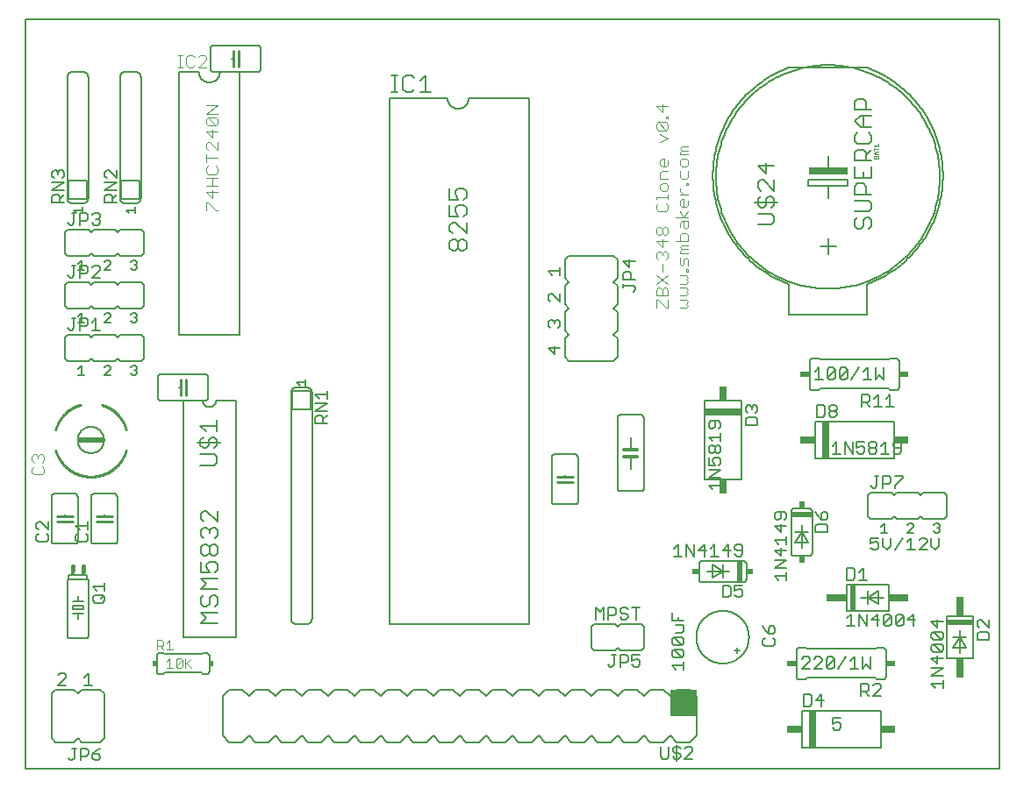
<source format=gto>
G04 EAGLE Gerber RS-274X export*
G75*
%MOMM*%
%FSLAX34Y34*%
%LPD*%
%INSilkscreen Top*%
%IPPOS*%
%AMOC8*
5,1,8,0,0,1.08239X$1,22.5*%
G01*
%ADD10C,0.101600*%
%ADD11C,0.152400*%
%ADD12C,0.254000*%
%ADD13C,0.304800*%
%ADD14C,0.127000*%
%ADD15C,0.177800*%
%ADD16R,2.540000X2.540000*%
%ADD17C,0.406400*%
%ADD18R,0.406400X0.584200*%
%ADD19R,2.438400X0.609600*%
%ADD20R,0.381000X0.508000*%
%ADD21C,0.203200*%
%ADD22C,0.025400*%
%ADD23R,0.508000X2.032000*%
%ADD24R,0.635000X0.508000*%
%ADD25R,2.032000X0.508000*%
%ADD26R,0.508000X0.635000*%
%ADD27R,0.863600X0.609600*%
%ADD28R,0.635000X3.556000*%
%ADD29R,1.397000X0.762000*%
%ADD30R,3.556000X0.635000*%
%ADD31R,0.762000X1.397000*%
%ADD32R,0.508000X2.540000*%
%ADD33R,1.905000X0.762000*%
%ADD34R,2.540000X0.508000*%
%ADD35R,0.762000X1.905000*%
%ADD36R,3.810000X0.635000*%


D10*
X608828Y445008D02*
X608828Y452804D01*
X610777Y452804D01*
X618573Y445008D01*
X620522Y445008D01*
X620522Y452804D01*
X620522Y456702D02*
X608828Y456702D01*
X608828Y462549D01*
X610777Y464498D01*
X612726Y464498D01*
X614675Y462549D01*
X616624Y464498D01*
X618573Y464498D01*
X620522Y462549D01*
X620522Y456702D01*
X614675Y456702D02*
X614675Y462549D01*
X608828Y468396D02*
X620522Y476192D01*
X620522Y468396D02*
X608828Y476192D01*
X614675Y480090D02*
X614675Y487886D01*
X610777Y491784D02*
X608828Y493733D01*
X608828Y497631D01*
X610777Y499580D01*
X612726Y499580D01*
X614675Y497631D01*
X614675Y495682D01*
X614675Y497631D02*
X616624Y499580D01*
X618573Y499580D01*
X620522Y497631D01*
X620522Y493733D01*
X618573Y491784D01*
X620522Y509325D02*
X608828Y509325D01*
X614675Y503478D01*
X614675Y511274D01*
X610777Y515172D02*
X608828Y517121D01*
X608828Y521019D01*
X610777Y522968D01*
X612726Y522968D01*
X614675Y521019D01*
X616624Y522968D01*
X618573Y522968D01*
X620522Y521019D01*
X620522Y517121D01*
X618573Y515172D01*
X616624Y515172D01*
X614675Y517121D01*
X612726Y515172D01*
X610777Y515172D01*
X614675Y517121D02*
X614675Y521019D01*
X608828Y544407D02*
X610777Y546356D01*
X608828Y544407D02*
X608828Y540509D01*
X610777Y538560D01*
X618573Y538560D01*
X620522Y540509D01*
X620522Y544407D01*
X618573Y546356D01*
X608828Y550254D02*
X608828Y552203D01*
X620522Y552203D01*
X620522Y550254D02*
X620522Y554152D01*
X620522Y559999D02*
X620522Y563897D01*
X618573Y565846D01*
X614675Y565846D01*
X612726Y563897D01*
X612726Y559999D01*
X614675Y558050D01*
X618573Y558050D01*
X620522Y559999D01*
X620522Y569744D02*
X612726Y569744D01*
X612726Y575591D01*
X614675Y577540D01*
X620522Y577540D01*
X620522Y583387D02*
X620522Y587285D01*
X620522Y583387D02*
X618573Y581438D01*
X614675Y581438D01*
X612726Y583387D01*
X612726Y587285D01*
X614675Y589234D01*
X616624Y589234D01*
X616624Y581438D01*
X612726Y604826D02*
X620522Y608724D01*
X612726Y612622D01*
X610777Y616520D02*
X618573Y616520D01*
X610777Y616520D02*
X608828Y618469D01*
X608828Y622367D01*
X610777Y624316D01*
X618573Y624316D01*
X620522Y622367D01*
X620522Y618469D01*
X618573Y616520D01*
X610777Y624316D01*
X618573Y628214D02*
X620522Y628214D01*
X618573Y628214D02*
X618573Y630162D01*
X620522Y630162D01*
X620522Y628214D01*
X620522Y639907D02*
X608828Y639907D01*
X614675Y634060D01*
X614675Y641856D01*
X631776Y445008D02*
X637623Y445008D01*
X639572Y446957D01*
X637623Y448906D01*
X639572Y450855D01*
X637623Y452804D01*
X631776Y452804D01*
X631776Y456702D02*
X637623Y456702D01*
X639572Y458651D01*
X637623Y460600D01*
X639572Y462549D01*
X637623Y464498D01*
X631776Y464498D01*
X631776Y468396D02*
X637623Y468396D01*
X639572Y470345D01*
X637623Y472294D01*
X639572Y474243D01*
X637623Y476192D01*
X631776Y476192D01*
X637623Y480090D02*
X639572Y480090D01*
X637623Y480090D02*
X637623Y482039D01*
X639572Y482039D01*
X639572Y480090D01*
X639572Y485937D02*
X639572Y491784D01*
X637623Y493733D01*
X635674Y491784D01*
X635674Y487886D01*
X633725Y485937D01*
X631776Y487886D01*
X631776Y493733D01*
X631776Y497631D02*
X639572Y497631D01*
X631776Y497631D02*
X631776Y499580D01*
X633725Y501529D01*
X639572Y501529D01*
X633725Y501529D02*
X631776Y503478D01*
X633725Y505427D01*
X639572Y505427D01*
X639572Y509325D02*
X627878Y509325D01*
X639572Y509325D02*
X639572Y515172D01*
X637623Y517121D01*
X633725Y517121D01*
X631776Y515172D01*
X631776Y509325D01*
X631776Y522968D02*
X631776Y526866D01*
X633725Y528815D01*
X639572Y528815D01*
X639572Y522968D01*
X637623Y521019D01*
X635674Y522968D01*
X635674Y528815D01*
X639572Y532713D02*
X627878Y532713D01*
X635674Y532713D02*
X639572Y538560D01*
X635674Y532713D02*
X631776Y538560D01*
X639572Y544407D02*
X639572Y548305D01*
X639572Y544407D02*
X637623Y542458D01*
X633725Y542458D01*
X631776Y544407D01*
X631776Y548305D01*
X633725Y550254D01*
X635674Y550254D01*
X635674Y542458D01*
X639572Y554152D02*
X631776Y554152D01*
X635674Y554152D02*
X631776Y558050D01*
X631776Y559999D01*
X637623Y563897D02*
X639572Y563897D01*
X637623Y563897D02*
X637623Y565846D01*
X639572Y565846D01*
X639572Y563897D01*
X631776Y571693D02*
X631776Y577540D01*
X631776Y571693D02*
X633725Y569744D01*
X637623Y569744D01*
X639572Y571693D01*
X639572Y577540D01*
X639572Y583387D02*
X639572Y587285D01*
X637623Y589234D01*
X633725Y589234D01*
X631776Y587285D01*
X631776Y583387D01*
X633725Y581438D01*
X637623Y581438D01*
X639572Y583387D01*
X639572Y593132D02*
X631776Y593132D01*
X631776Y595081D01*
X633725Y597030D01*
X639572Y597030D01*
X633725Y597030D02*
X631776Y598979D01*
X633725Y600928D01*
X639572Y600928D01*
D11*
X224790Y673100D02*
X181610Y673100D01*
X181610Y698500D02*
X224790Y698500D01*
X179070Y695960D02*
X179070Y675640D01*
X227330Y675640D02*
X227330Y695960D01*
X181610Y673100D02*
X181510Y673102D01*
X181411Y673108D01*
X181311Y673118D01*
X181213Y673131D01*
X181114Y673149D01*
X181017Y673170D01*
X180921Y673195D01*
X180825Y673224D01*
X180731Y673257D01*
X180638Y673293D01*
X180547Y673333D01*
X180457Y673377D01*
X180369Y673424D01*
X180283Y673474D01*
X180199Y673528D01*
X180117Y673585D01*
X180038Y673645D01*
X179960Y673709D01*
X179886Y673775D01*
X179814Y673844D01*
X179745Y673916D01*
X179679Y673990D01*
X179615Y674068D01*
X179555Y674147D01*
X179498Y674229D01*
X179444Y674313D01*
X179394Y674399D01*
X179347Y674487D01*
X179303Y674577D01*
X179263Y674668D01*
X179227Y674761D01*
X179194Y674855D01*
X179165Y674951D01*
X179140Y675047D01*
X179119Y675144D01*
X179101Y675243D01*
X179088Y675341D01*
X179078Y675441D01*
X179072Y675540D01*
X179070Y675640D01*
X224790Y673100D02*
X224890Y673102D01*
X224989Y673108D01*
X225089Y673118D01*
X225187Y673131D01*
X225286Y673149D01*
X225383Y673170D01*
X225479Y673195D01*
X225575Y673224D01*
X225669Y673257D01*
X225762Y673293D01*
X225853Y673333D01*
X225943Y673377D01*
X226031Y673424D01*
X226117Y673474D01*
X226201Y673528D01*
X226283Y673585D01*
X226362Y673645D01*
X226440Y673709D01*
X226514Y673775D01*
X226586Y673844D01*
X226655Y673916D01*
X226721Y673990D01*
X226785Y674068D01*
X226845Y674147D01*
X226902Y674229D01*
X226956Y674313D01*
X227006Y674399D01*
X227053Y674487D01*
X227097Y674577D01*
X227137Y674668D01*
X227173Y674761D01*
X227206Y674855D01*
X227235Y674951D01*
X227260Y675047D01*
X227281Y675144D01*
X227299Y675243D01*
X227312Y675341D01*
X227322Y675441D01*
X227328Y675540D01*
X227330Y675640D01*
X181610Y698500D02*
X181510Y698498D01*
X181411Y698492D01*
X181311Y698482D01*
X181213Y698469D01*
X181114Y698451D01*
X181017Y698430D01*
X180921Y698405D01*
X180825Y698376D01*
X180731Y698343D01*
X180638Y698307D01*
X180547Y698267D01*
X180457Y698223D01*
X180369Y698176D01*
X180283Y698126D01*
X180199Y698072D01*
X180117Y698015D01*
X180038Y697955D01*
X179960Y697891D01*
X179886Y697825D01*
X179814Y697756D01*
X179745Y697684D01*
X179679Y697610D01*
X179615Y697532D01*
X179555Y697453D01*
X179498Y697371D01*
X179444Y697287D01*
X179394Y697201D01*
X179347Y697113D01*
X179303Y697023D01*
X179263Y696932D01*
X179227Y696839D01*
X179194Y696745D01*
X179165Y696649D01*
X179140Y696553D01*
X179119Y696456D01*
X179101Y696357D01*
X179088Y696259D01*
X179078Y696159D01*
X179072Y696060D01*
X179070Y695960D01*
X224790Y698500D02*
X224890Y698498D01*
X224989Y698492D01*
X225089Y698482D01*
X225187Y698469D01*
X225286Y698451D01*
X225383Y698430D01*
X225479Y698405D01*
X225575Y698376D01*
X225669Y698343D01*
X225762Y698307D01*
X225853Y698267D01*
X225943Y698223D01*
X226031Y698176D01*
X226117Y698126D01*
X226201Y698072D01*
X226283Y698015D01*
X226362Y697955D01*
X226440Y697891D01*
X226514Y697825D01*
X226586Y697756D01*
X226655Y697684D01*
X226721Y697610D01*
X226785Y697532D01*
X226845Y697453D01*
X226902Y697371D01*
X226956Y697287D01*
X227006Y697201D01*
X227053Y697113D01*
X227097Y697023D01*
X227137Y696932D01*
X227173Y696839D01*
X227206Y696745D01*
X227235Y696649D01*
X227260Y696553D01*
X227281Y696456D01*
X227299Y696357D01*
X227312Y696259D01*
X227322Y696159D01*
X227328Y696060D01*
X227330Y695960D01*
X200660Y685800D02*
X199390Y685800D01*
D12*
X200660Y685800D02*
X200660Y678180D01*
X200660Y685800D02*
X200660Y693420D01*
X205740Y685800D02*
X205740Y678180D01*
X205740Y685800D02*
X205740Y693420D01*
D11*
X205740Y685800D02*
X207010Y685800D01*
D13*
X584200Y307848D02*
X590550Y307848D01*
X584200Y307848D02*
X577850Y307848D01*
D11*
X584200Y307848D02*
X584200Y320040D01*
D13*
X584200Y301498D02*
X590550Y301498D01*
X584200Y301498D02*
X577850Y301498D01*
D11*
X584200Y301498D02*
X584200Y289560D01*
X594360Y341630D02*
X574040Y341630D01*
X571500Y339090D02*
X571500Y270510D01*
X574040Y267970D02*
X594360Y267970D01*
X596900Y270510D02*
X596900Y339090D01*
X596900Y270510D02*
X596898Y270410D01*
X596892Y270311D01*
X596882Y270211D01*
X596869Y270113D01*
X596851Y270014D01*
X596830Y269917D01*
X596805Y269821D01*
X596776Y269725D01*
X596743Y269631D01*
X596707Y269538D01*
X596667Y269447D01*
X596623Y269357D01*
X596576Y269269D01*
X596526Y269183D01*
X596472Y269099D01*
X596415Y269017D01*
X596355Y268938D01*
X596291Y268860D01*
X596225Y268786D01*
X596156Y268714D01*
X596084Y268645D01*
X596010Y268579D01*
X595932Y268515D01*
X595853Y268455D01*
X595771Y268398D01*
X595687Y268344D01*
X595601Y268294D01*
X595513Y268247D01*
X595423Y268203D01*
X595332Y268163D01*
X595239Y268127D01*
X595145Y268094D01*
X595049Y268065D01*
X594953Y268040D01*
X594856Y268019D01*
X594757Y268001D01*
X594659Y267988D01*
X594559Y267978D01*
X594460Y267972D01*
X594360Y267970D01*
X574040Y267970D02*
X573940Y267972D01*
X573841Y267978D01*
X573741Y267988D01*
X573643Y268001D01*
X573544Y268019D01*
X573447Y268040D01*
X573351Y268065D01*
X573255Y268094D01*
X573161Y268127D01*
X573068Y268163D01*
X572977Y268203D01*
X572887Y268247D01*
X572799Y268294D01*
X572713Y268344D01*
X572629Y268398D01*
X572547Y268455D01*
X572468Y268515D01*
X572390Y268579D01*
X572316Y268645D01*
X572244Y268714D01*
X572175Y268786D01*
X572109Y268860D01*
X572045Y268938D01*
X571985Y269017D01*
X571928Y269099D01*
X571874Y269183D01*
X571824Y269269D01*
X571777Y269357D01*
X571733Y269447D01*
X571693Y269538D01*
X571657Y269631D01*
X571624Y269725D01*
X571595Y269821D01*
X571570Y269917D01*
X571549Y270014D01*
X571531Y270113D01*
X571518Y270211D01*
X571508Y270311D01*
X571502Y270410D01*
X571500Y270510D01*
X571500Y339090D02*
X571502Y339190D01*
X571508Y339289D01*
X571518Y339389D01*
X571531Y339487D01*
X571549Y339586D01*
X571570Y339683D01*
X571595Y339779D01*
X571624Y339875D01*
X571657Y339969D01*
X571693Y340062D01*
X571733Y340153D01*
X571777Y340243D01*
X571824Y340331D01*
X571874Y340417D01*
X571928Y340501D01*
X571985Y340583D01*
X572045Y340662D01*
X572109Y340740D01*
X572175Y340814D01*
X572244Y340886D01*
X572316Y340955D01*
X572390Y341021D01*
X572468Y341085D01*
X572547Y341145D01*
X572629Y341202D01*
X572713Y341256D01*
X572799Y341306D01*
X572887Y341353D01*
X572977Y341397D01*
X573068Y341437D01*
X573161Y341473D01*
X573255Y341506D01*
X573351Y341535D01*
X573447Y341560D01*
X573544Y341581D01*
X573643Y341599D01*
X573741Y341612D01*
X573841Y341622D01*
X573940Y341628D01*
X574040Y341630D01*
X594360Y341630D02*
X594460Y341628D01*
X594559Y341622D01*
X594659Y341612D01*
X594757Y341599D01*
X594856Y341581D01*
X594953Y341560D01*
X595049Y341535D01*
X595145Y341506D01*
X595239Y341473D01*
X595332Y341437D01*
X595423Y341397D01*
X595513Y341353D01*
X595601Y341306D01*
X595687Y341256D01*
X595771Y341202D01*
X595853Y341145D01*
X595932Y341085D01*
X596010Y341021D01*
X596084Y340955D01*
X596156Y340886D01*
X596225Y340814D01*
X596291Y340740D01*
X596355Y340662D01*
X596415Y340583D01*
X596472Y340501D01*
X596526Y340417D01*
X596576Y340331D01*
X596623Y340243D01*
X596667Y340153D01*
X596707Y340062D01*
X596743Y339969D01*
X596776Y339875D01*
X596805Y339779D01*
X596830Y339683D01*
X596851Y339586D01*
X596869Y339487D01*
X596882Y339389D01*
X596892Y339289D01*
X596898Y339190D01*
X596900Y339090D01*
X508000Y300990D02*
X508000Y257810D01*
X533400Y257810D02*
X533400Y300990D01*
X530860Y303530D02*
X510540Y303530D01*
X510540Y255270D02*
X530860Y255270D01*
X508000Y300990D02*
X508002Y301090D01*
X508008Y301189D01*
X508018Y301289D01*
X508031Y301387D01*
X508049Y301486D01*
X508070Y301583D01*
X508095Y301679D01*
X508124Y301775D01*
X508157Y301869D01*
X508193Y301962D01*
X508233Y302053D01*
X508277Y302143D01*
X508324Y302231D01*
X508374Y302317D01*
X508428Y302401D01*
X508485Y302483D01*
X508545Y302562D01*
X508609Y302640D01*
X508675Y302714D01*
X508744Y302786D01*
X508816Y302855D01*
X508890Y302921D01*
X508968Y302985D01*
X509047Y303045D01*
X509129Y303102D01*
X509213Y303156D01*
X509299Y303206D01*
X509387Y303253D01*
X509477Y303297D01*
X509568Y303337D01*
X509661Y303373D01*
X509755Y303406D01*
X509851Y303435D01*
X509947Y303460D01*
X510044Y303481D01*
X510143Y303499D01*
X510241Y303512D01*
X510341Y303522D01*
X510440Y303528D01*
X510540Y303530D01*
X508000Y257810D02*
X508002Y257710D01*
X508008Y257611D01*
X508018Y257511D01*
X508031Y257413D01*
X508049Y257314D01*
X508070Y257217D01*
X508095Y257121D01*
X508124Y257025D01*
X508157Y256931D01*
X508193Y256838D01*
X508233Y256747D01*
X508277Y256657D01*
X508324Y256569D01*
X508374Y256483D01*
X508428Y256399D01*
X508485Y256317D01*
X508545Y256238D01*
X508609Y256160D01*
X508675Y256086D01*
X508744Y256014D01*
X508816Y255945D01*
X508890Y255879D01*
X508968Y255815D01*
X509047Y255755D01*
X509129Y255698D01*
X509213Y255644D01*
X509299Y255594D01*
X509387Y255547D01*
X509477Y255503D01*
X509568Y255463D01*
X509661Y255427D01*
X509755Y255394D01*
X509851Y255365D01*
X509947Y255340D01*
X510044Y255319D01*
X510143Y255301D01*
X510241Y255288D01*
X510341Y255278D01*
X510440Y255272D01*
X510540Y255270D01*
X533400Y300990D02*
X533398Y301090D01*
X533392Y301189D01*
X533382Y301289D01*
X533369Y301387D01*
X533351Y301486D01*
X533330Y301583D01*
X533305Y301679D01*
X533276Y301775D01*
X533243Y301869D01*
X533207Y301962D01*
X533167Y302053D01*
X533123Y302143D01*
X533076Y302231D01*
X533026Y302317D01*
X532972Y302401D01*
X532915Y302483D01*
X532855Y302562D01*
X532791Y302640D01*
X532725Y302714D01*
X532656Y302786D01*
X532584Y302855D01*
X532510Y302921D01*
X532432Y302985D01*
X532353Y303045D01*
X532271Y303102D01*
X532187Y303156D01*
X532101Y303206D01*
X532013Y303253D01*
X531923Y303297D01*
X531832Y303337D01*
X531739Y303373D01*
X531645Y303406D01*
X531549Y303435D01*
X531453Y303460D01*
X531356Y303481D01*
X531257Y303499D01*
X531159Y303512D01*
X531059Y303522D01*
X530960Y303528D01*
X530860Y303530D01*
X533400Y257810D02*
X533398Y257710D01*
X533392Y257611D01*
X533382Y257511D01*
X533369Y257413D01*
X533351Y257314D01*
X533330Y257217D01*
X533305Y257121D01*
X533276Y257025D01*
X533243Y256931D01*
X533207Y256838D01*
X533167Y256747D01*
X533123Y256657D01*
X533076Y256569D01*
X533026Y256483D01*
X532972Y256399D01*
X532915Y256317D01*
X532855Y256238D01*
X532791Y256160D01*
X532725Y256086D01*
X532656Y256014D01*
X532584Y255945D01*
X532510Y255879D01*
X532432Y255815D01*
X532353Y255755D01*
X532271Y255698D01*
X532187Y255644D01*
X532101Y255594D01*
X532013Y255547D01*
X531923Y255503D01*
X531832Y255463D01*
X531739Y255427D01*
X531645Y255394D01*
X531549Y255365D01*
X531453Y255340D01*
X531356Y255319D01*
X531257Y255301D01*
X531159Y255288D01*
X531059Y255278D01*
X530960Y255272D01*
X530860Y255270D01*
X520700Y281940D02*
X520700Y283210D01*
D12*
X520700Y281940D02*
X513080Y281940D01*
X520700Y281940D02*
X528320Y281940D01*
X520700Y276860D02*
X513080Y276860D01*
X520700Y276860D02*
X528320Y276860D01*
D11*
X520700Y276860D02*
X520700Y275590D01*
X687070Y114300D02*
X689610Y114300D01*
X687070Y114300D02*
X687070Y116840D01*
X687070Y114300D02*
X684530Y114300D01*
X687070Y114300D02*
X687070Y111760D01*
X647700Y127000D02*
X647708Y127623D01*
X647731Y128246D01*
X647769Y128869D01*
X647822Y129490D01*
X647891Y130109D01*
X647975Y130727D01*
X648074Y131342D01*
X648188Y131955D01*
X648317Y132565D01*
X648461Y133172D01*
X648620Y133775D01*
X648794Y134373D01*
X648982Y134968D01*
X649185Y135557D01*
X649402Y136141D01*
X649633Y136720D01*
X649879Y137293D01*
X650139Y137860D01*
X650412Y138420D01*
X650699Y138973D01*
X651000Y139520D01*
X651314Y140058D01*
X651641Y140589D01*
X651981Y141111D01*
X652333Y141626D01*
X652699Y142131D01*
X653076Y142627D01*
X653466Y143114D01*
X653867Y143591D01*
X654280Y144058D01*
X654704Y144514D01*
X655139Y144961D01*
X655586Y145396D01*
X656042Y145820D01*
X656509Y146233D01*
X656986Y146634D01*
X657473Y147024D01*
X657969Y147401D01*
X658474Y147767D01*
X658989Y148119D01*
X659511Y148459D01*
X660042Y148786D01*
X660580Y149100D01*
X661127Y149401D01*
X661680Y149688D01*
X662240Y149961D01*
X662807Y150221D01*
X663380Y150467D01*
X663959Y150698D01*
X664543Y150915D01*
X665132Y151118D01*
X665727Y151306D01*
X666325Y151480D01*
X666928Y151639D01*
X667535Y151783D01*
X668145Y151912D01*
X668758Y152026D01*
X669373Y152125D01*
X669991Y152209D01*
X670610Y152278D01*
X671231Y152331D01*
X671854Y152369D01*
X672477Y152392D01*
X673100Y152400D01*
X673723Y152392D01*
X674346Y152369D01*
X674969Y152331D01*
X675590Y152278D01*
X676209Y152209D01*
X676827Y152125D01*
X677442Y152026D01*
X678055Y151912D01*
X678665Y151783D01*
X679272Y151639D01*
X679875Y151480D01*
X680473Y151306D01*
X681068Y151118D01*
X681657Y150915D01*
X682241Y150698D01*
X682820Y150467D01*
X683393Y150221D01*
X683960Y149961D01*
X684520Y149688D01*
X685073Y149401D01*
X685620Y149100D01*
X686158Y148786D01*
X686689Y148459D01*
X687211Y148119D01*
X687726Y147767D01*
X688231Y147401D01*
X688727Y147024D01*
X689214Y146634D01*
X689691Y146233D01*
X690158Y145820D01*
X690614Y145396D01*
X691061Y144961D01*
X691496Y144514D01*
X691920Y144058D01*
X692333Y143591D01*
X692734Y143114D01*
X693124Y142627D01*
X693501Y142131D01*
X693867Y141626D01*
X694219Y141111D01*
X694559Y140589D01*
X694886Y140058D01*
X695200Y139520D01*
X695501Y138973D01*
X695788Y138420D01*
X696061Y137860D01*
X696321Y137293D01*
X696567Y136720D01*
X696798Y136141D01*
X697015Y135557D01*
X697218Y134968D01*
X697406Y134373D01*
X697580Y133775D01*
X697739Y133172D01*
X697883Y132565D01*
X698012Y131955D01*
X698126Y131342D01*
X698225Y130727D01*
X698309Y130109D01*
X698378Y129490D01*
X698431Y128869D01*
X698469Y128246D01*
X698492Y127623D01*
X698500Y127000D01*
X698492Y126377D01*
X698469Y125754D01*
X698431Y125131D01*
X698378Y124510D01*
X698309Y123891D01*
X698225Y123273D01*
X698126Y122658D01*
X698012Y122045D01*
X697883Y121435D01*
X697739Y120828D01*
X697580Y120225D01*
X697406Y119627D01*
X697218Y119032D01*
X697015Y118443D01*
X696798Y117859D01*
X696567Y117280D01*
X696321Y116707D01*
X696061Y116140D01*
X695788Y115580D01*
X695501Y115027D01*
X695200Y114480D01*
X694886Y113942D01*
X694559Y113411D01*
X694219Y112889D01*
X693867Y112374D01*
X693501Y111869D01*
X693124Y111373D01*
X692734Y110886D01*
X692333Y110409D01*
X691920Y109942D01*
X691496Y109486D01*
X691061Y109039D01*
X690614Y108604D01*
X690158Y108180D01*
X689691Y107767D01*
X689214Y107366D01*
X688727Y106976D01*
X688231Y106599D01*
X687726Y106233D01*
X687211Y105881D01*
X686689Y105541D01*
X686158Y105214D01*
X685620Y104900D01*
X685073Y104599D01*
X684520Y104312D01*
X683960Y104039D01*
X683393Y103779D01*
X682820Y103533D01*
X682241Y103302D01*
X681657Y103085D01*
X681068Y102882D01*
X680473Y102694D01*
X679875Y102520D01*
X679272Y102361D01*
X678665Y102217D01*
X678055Y102088D01*
X677442Y101974D01*
X676827Y101875D01*
X676209Y101791D01*
X675590Y101722D01*
X674969Y101669D01*
X674346Y101631D01*
X673723Y101608D01*
X673100Y101600D01*
X672477Y101608D01*
X671854Y101631D01*
X671231Y101669D01*
X670610Y101722D01*
X669991Y101791D01*
X669373Y101875D01*
X668758Y101974D01*
X668145Y102088D01*
X667535Y102217D01*
X666928Y102361D01*
X666325Y102520D01*
X665727Y102694D01*
X665132Y102882D01*
X664543Y103085D01*
X663959Y103302D01*
X663380Y103533D01*
X662807Y103779D01*
X662240Y104039D01*
X661680Y104312D01*
X661127Y104599D01*
X660580Y104900D01*
X660042Y105214D01*
X659511Y105541D01*
X658989Y105881D01*
X658474Y106233D01*
X657969Y106599D01*
X657473Y106976D01*
X656986Y107366D01*
X656509Y107767D01*
X656042Y108180D01*
X655586Y108604D01*
X655139Y109039D01*
X654704Y109486D01*
X654280Y109942D01*
X653867Y110409D01*
X653466Y110886D01*
X653076Y111373D01*
X652699Y111869D01*
X652333Y112374D01*
X651981Y112889D01*
X651641Y113411D01*
X651314Y113942D01*
X651000Y114480D01*
X650699Y115027D01*
X650412Y115580D01*
X650139Y116140D01*
X649879Y116707D01*
X649633Y117280D01*
X649402Y117859D01*
X649185Y118443D01*
X648982Y119032D01*
X648794Y119627D01*
X648620Y120225D01*
X648461Y120828D01*
X648317Y121435D01*
X648188Y122045D01*
X648074Y122658D01*
X647975Y123273D01*
X647891Y123891D01*
X647822Y124510D01*
X647769Y125131D01*
X647731Y125754D01*
X647708Y126377D01*
X647700Y127000D01*
D14*
X711825Y123937D02*
X713732Y125844D01*
X711825Y123937D02*
X711825Y120124D01*
X713732Y118217D01*
X721358Y118217D01*
X723265Y120124D01*
X723265Y123937D01*
X721358Y125844D01*
X713732Y133724D02*
X711825Y137538D01*
X713732Y133724D02*
X717545Y129911D01*
X721358Y129911D01*
X723265Y131818D01*
X723265Y135631D01*
X721358Y137538D01*
X719452Y137538D01*
X717545Y135631D01*
X717545Y129911D01*
X628009Y95835D02*
X624195Y99648D01*
X635635Y99648D01*
X635635Y95835D02*
X635635Y103462D01*
X633728Y107529D02*
X626102Y107529D01*
X624195Y109436D01*
X624195Y113249D01*
X626102Y115156D01*
X633728Y115156D01*
X635635Y113249D01*
X635635Y109436D01*
X633728Y107529D01*
X626102Y115156D01*
X626102Y119223D02*
X633728Y119223D01*
X626102Y119223D02*
X624195Y121130D01*
X624195Y124943D01*
X626102Y126849D01*
X633728Y126849D01*
X635635Y124943D01*
X635635Y121130D01*
X633728Y119223D01*
X626102Y126849D01*
X628009Y130917D02*
X633728Y130917D01*
X635635Y132824D01*
X635635Y138543D01*
X628009Y138543D01*
X624195Y142611D02*
X635635Y142611D01*
X624195Y142611D02*
X624195Y150237D01*
X629915Y146424D02*
X629915Y142611D01*
D11*
X571500Y116840D02*
X568960Y114300D01*
X571500Y116840D02*
X574040Y114300D01*
X571500Y137160D02*
X568960Y139700D01*
X571500Y137160D02*
X574040Y139700D01*
X594360Y139700D01*
X596900Y137160D01*
X548640Y139700D02*
X546100Y137160D01*
X548640Y139700D02*
X568960Y139700D01*
X546100Y137160D02*
X546100Y116840D01*
X548640Y114300D01*
X568960Y114300D01*
X574040Y114300D02*
X594360Y114300D01*
X596900Y116840D01*
X596900Y137160D01*
D14*
X562453Y100332D02*
X564360Y98425D01*
X566266Y98425D01*
X568173Y100332D01*
X568173Y109865D01*
X566266Y109865D02*
X570080Y109865D01*
X574147Y109865D02*
X574147Y98425D01*
X574147Y109865D02*
X579867Y109865D01*
X581774Y107958D01*
X581774Y104145D01*
X579867Y102238D01*
X574147Y102238D01*
X585841Y109865D02*
X593467Y109865D01*
X585841Y109865D02*
X585841Y104145D01*
X589654Y106052D01*
X591561Y106052D01*
X593467Y104145D01*
X593467Y100332D01*
X591561Y98425D01*
X587748Y98425D01*
X585841Y100332D01*
X550759Y144145D02*
X550759Y155585D01*
X554572Y151772D01*
X558386Y155585D01*
X558386Y144145D01*
X562453Y144145D02*
X562453Y155585D01*
X568173Y155585D01*
X570080Y153678D01*
X570080Y149865D01*
X568173Y147958D01*
X562453Y147958D01*
X579867Y155585D02*
X581773Y153678D01*
X579867Y155585D02*
X576054Y155585D01*
X574147Y153678D01*
X574147Y151772D01*
X576054Y149865D01*
X579867Y149865D01*
X581773Y147958D01*
X581773Y146052D01*
X579867Y144145D01*
X576054Y144145D01*
X574147Y146052D01*
X589654Y144145D02*
X589654Y155585D01*
X585841Y155585D02*
X593467Y155585D01*
D11*
X486410Y139700D02*
X486410Y647700D01*
X351790Y647700D02*
X351790Y139700D01*
X486410Y139700D01*
X486410Y647700D02*
X427990Y647700D01*
X407670Y647700D02*
X351790Y647700D01*
X407670Y647700D02*
X407673Y647453D01*
X407682Y647205D01*
X407697Y646958D01*
X407718Y646712D01*
X407745Y646466D01*
X407778Y646221D01*
X407817Y645976D01*
X407862Y645733D01*
X407913Y645491D01*
X407970Y645250D01*
X408032Y645011D01*
X408101Y644773D01*
X408175Y644537D01*
X408255Y644303D01*
X408340Y644071D01*
X408432Y643841D01*
X408528Y643613D01*
X408631Y643388D01*
X408738Y643165D01*
X408852Y642945D01*
X408970Y642728D01*
X409094Y642513D01*
X409223Y642302D01*
X409357Y642094D01*
X409496Y641889D01*
X409640Y641688D01*
X409788Y641490D01*
X409942Y641296D01*
X410100Y641106D01*
X410263Y640920D01*
X410430Y640738D01*
X410602Y640560D01*
X410778Y640386D01*
X410958Y640216D01*
X411143Y640051D01*
X411331Y639891D01*
X411523Y639735D01*
X411719Y639583D01*
X411918Y639437D01*
X412121Y639295D01*
X412328Y639159D01*
X412537Y639027D01*
X412750Y638901D01*
X412966Y638780D01*
X413184Y638664D01*
X413406Y638554D01*
X413630Y638449D01*
X413856Y638349D01*
X414085Y638255D01*
X414316Y638167D01*
X414550Y638084D01*
X414785Y638007D01*
X415022Y637936D01*
X415260Y637870D01*
X415500Y637811D01*
X415742Y637757D01*
X415985Y637709D01*
X416228Y637667D01*
X416473Y637631D01*
X416719Y637601D01*
X416965Y637577D01*
X417212Y637559D01*
X417459Y637547D01*
X417706Y637541D01*
X417954Y637541D01*
X418201Y637547D01*
X418448Y637559D01*
X418695Y637577D01*
X418941Y637601D01*
X419187Y637631D01*
X419432Y637667D01*
X419675Y637709D01*
X419918Y637757D01*
X420160Y637811D01*
X420400Y637870D01*
X420638Y637936D01*
X420875Y638007D01*
X421110Y638084D01*
X421344Y638167D01*
X421575Y638255D01*
X421804Y638349D01*
X422030Y638449D01*
X422254Y638554D01*
X422476Y638664D01*
X422694Y638780D01*
X422910Y638901D01*
X423123Y639027D01*
X423332Y639159D01*
X423539Y639295D01*
X423742Y639437D01*
X423941Y639583D01*
X424137Y639735D01*
X424329Y639891D01*
X424517Y640051D01*
X424702Y640216D01*
X424882Y640386D01*
X425058Y640560D01*
X425230Y640738D01*
X425397Y640920D01*
X425560Y641106D01*
X425718Y641296D01*
X425872Y641490D01*
X426020Y641688D01*
X426164Y641889D01*
X426303Y642094D01*
X426437Y642302D01*
X426566Y642513D01*
X426690Y642728D01*
X426808Y642945D01*
X426922Y643165D01*
X427029Y643388D01*
X427132Y643613D01*
X427228Y643841D01*
X427320Y644071D01*
X427405Y644303D01*
X427485Y644537D01*
X427559Y644773D01*
X427628Y645011D01*
X427690Y645250D01*
X427747Y645491D01*
X427798Y645733D01*
X427843Y645976D01*
X427882Y646221D01*
X427915Y646466D01*
X427942Y646712D01*
X427963Y646958D01*
X427978Y647205D01*
X427987Y647453D01*
X427990Y647700D01*
X359245Y653542D02*
X353822Y653542D01*
X356534Y653542D02*
X356534Y669812D01*
X359245Y669812D02*
X353822Y669812D01*
X372871Y669812D02*
X375583Y667100D01*
X372871Y669812D02*
X367448Y669812D01*
X364736Y667100D01*
X364736Y656254D01*
X367448Y653542D01*
X372871Y653542D01*
X375583Y656254D01*
X381108Y664389D02*
X386531Y669812D01*
X386531Y653542D01*
X381108Y653542D02*
X391955Y653542D01*
X409688Y503137D02*
X412400Y500426D01*
X409688Y503137D02*
X409688Y508561D01*
X412400Y511272D01*
X415111Y511272D01*
X417823Y508561D01*
X420535Y511272D01*
X423246Y511272D01*
X425958Y508561D01*
X425958Y503137D01*
X423246Y500426D01*
X420535Y500426D01*
X417823Y503137D01*
X415111Y500426D01*
X412400Y500426D01*
X417823Y503137D02*
X417823Y508561D01*
X425958Y516797D02*
X425958Y527644D01*
X425958Y516797D02*
X415111Y527644D01*
X412400Y527644D01*
X409688Y524932D01*
X409688Y519509D01*
X412400Y516797D01*
X409688Y533169D02*
X409688Y544015D01*
X409688Y533169D02*
X417823Y533169D01*
X415111Y538592D01*
X415111Y541304D01*
X417823Y544015D01*
X423246Y544015D01*
X425958Y541304D01*
X425958Y535880D01*
X423246Y533169D01*
X409688Y549540D02*
X409688Y560387D01*
X409688Y549540D02*
X417823Y549540D01*
X415111Y554964D01*
X415111Y557675D01*
X417823Y560387D01*
X423246Y560387D01*
X425958Y557675D01*
X425958Y552252D01*
X423246Y549540D01*
X207010Y673100D02*
X207010Y419100D01*
X148590Y419100D02*
X148590Y673100D01*
X148590Y419100D02*
X207010Y419100D01*
X207010Y673100D02*
X187960Y673100D01*
X167640Y673100D02*
X148590Y673100D01*
X167640Y673100D02*
X167643Y672853D01*
X167652Y672605D01*
X167667Y672358D01*
X167688Y672112D01*
X167715Y671866D01*
X167748Y671621D01*
X167787Y671376D01*
X167832Y671133D01*
X167883Y670891D01*
X167940Y670650D01*
X168002Y670411D01*
X168071Y670173D01*
X168145Y669937D01*
X168225Y669703D01*
X168310Y669471D01*
X168402Y669241D01*
X168498Y669013D01*
X168601Y668788D01*
X168708Y668565D01*
X168822Y668345D01*
X168940Y668128D01*
X169064Y667913D01*
X169193Y667702D01*
X169327Y667494D01*
X169466Y667289D01*
X169610Y667088D01*
X169758Y666890D01*
X169912Y666696D01*
X170070Y666506D01*
X170233Y666320D01*
X170400Y666138D01*
X170572Y665960D01*
X170748Y665786D01*
X170928Y665616D01*
X171113Y665451D01*
X171301Y665291D01*
X171493Y665135D01*
X171689Y664983D01*
X171888Y664837D01*
X172091Y664695D01*
X172298Y664559D01*
X172507Y664427D01*
X172720Y664301D01*
X172936Y664180D01*
X173154Y664064D01*
X173376Y663954D01*
X173600Y663849D01*
X173826Y663749D01*
X174055Y663655D01*
X174286Y663567D01*
X174520Y663484D01*
X174755Y663407D01*
X174992Y663336D01*
X175230Y663270D01*
X175470Y663211D01*
X175712Y663157D01*
X175955Y663109D01*
X176198Y663067D01*
X176443Y663031D01*
X176689Y663001D01*
X176935Y662977D01*
X177182Y662959D01*
X177429Y662947D01*
X177676Y662941D01*
X177924Y662941D01*
X178171Y662947D01*
X178418Y662959D01*
X178665Y662977D01*
X178911Y663001D01*
X179157Y663031D01*
X179402Y663067D01*
X179645Y663109D01*
X179888Y663157D01*
X180130Y663211D01*
X180370Y663270D01*
X180608Y663336D01*
X180845Y663407D01*
X181080Y663484D01*
X181314Y663567D01*
X181545Y663655D01*
X181774Y663749D01*
X182000Y663849D01*
X182224Y663954D01*
X182446Y664064D01*
X182664Y664180D01*
X182880Y664301D01*
X183093Y664427D01*
X183302Y664559D01*
X183509Y664695D01*
X183712Y664837D01*
X183911Y664983D01*
X184107Y665135D01*
X184299Y665291D01*
X184487Y665451D01*
X184672Y665616D01*
X184852Y665786D01*
X185028Y665960D01*
X185200Y666138D01*
X185367Y666320D01*
X185530Y666506D01*
X185688Y666696D01*
X185842Y666890D01*
X185990Y667088D01*
X186134Y667289D01*
X186273Y667494D01*
X186407Y667702D01*
X186536Y667913D01*
X186660Y668128D01*
X186778Y668345D01*
X186892Y668565D01*
X186999Y668788D01*
X187102Y669013D01*
X187198Y669241D01*
X187290Y669471D01*
X187375Y669703D01*
X187455Y669937D01*
X187529Y670173D01*
X187598Y670411D01*
X187660Y670650D01*
X187717Y670891D01*
X187768Y671133D01*
X187813Y671376D01*
X187852Y671621D01*
X187885Y671866D01*
X187912Y672112D01*
X187933Y672358D01*
X187948Y672605D01*
X187957Y672853D01*
X187960Y673100D01*
D10*
X151726Y677418D02*
X147828Y677418D01*
X149777Y677418D02*
X149777Y689112D01*
X147828Y689112D02*
X151726Y689112D01*
X161471Y689112D02*
X163420Y687163D01*
X161471Y689112D02*
X157573Y689112D01*
X155624Y687163D01*
X155624Y679367D01*
X157573Y677418D01*
X161471Y677418D01*
X163420Y679367D01*
X167318Y677418D02*
X175114Y677418D01*
X167318Y677418D02*
X175114Y685214D01*
X175114Y687163D01*
X173165Y689112D01*
X169267Y689112D01*
X167318Y687163D01*
X174488Y546948D02*
X174488Y539152D01*
X174488Y546948D02*
X176437Y546948D01*
X184233Y539152D01*
X186182Y539152D01*
X186182Y556693D02*
X174488Y556693D01*
X180335Y550846D01*
X180335Y558642D01*
X186182Y562540D02*
X174488Y562540D01*
X180335Y562540D02*
X180335Y570336D01*
X174488Y570336D02*
X186182Y570336D01*
X176437Y582030D02*
X174488Y580081D01*
X174488Y576183D01*
X176437Y574234D01*
X184233Y574234D01*
X186182Y576183D01*
X186182Y580081D01*
X184233Y582030D01*
X186182Y589826D02*
X174488Y589826D01*
X174488Y585928D02*
X174488Y593724D01*
X186182Y597622D02*
X186182Y605418D01*
X186182Y597622D02*
X178386Y605418D01*
X176437Y605418D01*
X174488Y603469D01*
X174488Y599571D01*
X176437Y597622D01*
X174488Y615163D02*
X186182Y615163D01*
X180335Y609316D02*
X174488Y615163D01*
X180335Y617112D02*
X180335Y609316D01*
X184233Y621010D02*
X176437Y621010D01*
X174488Y622959D01*
X174488Y626857D01*
X176437Y628806D01*
X184233Y628806D01*
X186182Y626857D01*
X186182Y622959D01*
X184233Y621010D01*
X176437Y628806D01*
X174488Y632704D02*
X186182Y632704D01*
X186182Y640500D02*
X174488Y632704D01*
X174488Y640500D02*
X186182Y640500D01*
D11*
X171450Y355600D02*
X152400Y355600D01*
X171450Y355600D02*
X171452Y355442D01*
X171458Y355283D01*
X171468Y355125D01*
X171482Y354968D01*
X171499Y354810D01*
X171521Y354654D01*
X171546Y354497D01*
X171576Y354342D01*
X171609Y354187D01*
X171646Y354033D01*
X171687Y353880D01*
X171732Y353728D01*
X171781Y353578D01*
X171833Y353428D01*
X171889Y353280D01*
X171949Y353133D01*
X172012Y352988D01*
X172079Y352845D01*
X172149Y352703D01*
X172223Y352563D01*
X172301Y352425D01*
X172382Y352289D01*
X172466Y352155D01*
X172553Y352023D01*
X172644Y351893D01*
X172738Y351766D01*
X172835Y351641D01*
X172936Y351518D01*
X173039Y351398D01*
X173145Y351281D01*
X173254Y351166D01*
X173366Y351054D01*
X173481Y350945D01*
X173598Y350839D01*
X173718Y350736D01*
X173841Y350635D01*
X173966Y350538D01*
X174093Y350444D01*
X174223Y350353D01*
X174355Y350266D01*
X174489Y350182D01*
X174625Y350101D01*
X174763Y350023D01*
X174903Y349949D01*
X175045Y349879D01*
X175188Y349812D01*
X175333Y349749D01*
X175480Y349689D01*
X175628Y349633D01*
X175778Y349581D01*
X175928Y349532D01*
X176080Y349487D01*
X176233Y349446D01*
X176387Y349409D01*
X176542Y349376D01*
X176697Y349346D01*
X176854Y349321D01*
X177010Y349299D01*
X177168Y349282D01*
X177325Y349268D01*
X177483Y349258D01*
X177642Y349252D01*
X177800Y349250D01*
X177958Y349252D01*
X178117Y349258D01*
X178275Y349268D01*
X178432Y349282D01*
X178590Y349299D01*
X178746Y349321D01*
X178903Y349346D01*
X179058Y349376D01*
X179213Y349409D01*
X179367Y349446D01*
X179520Y349487D01*
X179672Y349532D01*
X179822Y349581D01*
X179972Y349633D01*
X180120Y349689D01*
X180267Y349749D01*
X180412Y349812D01*
X180555Y349879D01*
X180697Y349949D01*
X180837Y350023D01*
X180975Y350101D01*
X181111Y350182D01*
X181245Y350266D01*
X181377Y350353D01*
X181507Y350444D01*
X181634Y350538D01*
X181759Y350635D01*
X181882Y350736D01*
X182002Y350839D01*
X182119Y350945D01*
X182234Y351054D01*
X182346Y351166D01*
X182455Y351281D01*
X182561Y351398D01*
X182664Y351518D01*
X182765Y351641D01*
X182862Y351766D01*
X182956Y351893D01*
X183047Y352023D01*
X183134Y352155D01*
X183218Y352289D01*
X183299Y352425D01*
X183377Y352563D01*
X183451Y352703D01*
X183521Y352845D01*
X183588Y352988D01*
X183651Y353133D01*
X183711Y353280D01*
X183767Y353428D01*
X183819Y353578D01*
X183868Y353728D01*
X183913Y353880D01*
X183954Y354033D01*
X183991Y354187D01*
X184024Y354342D01*
X184054Y354497D01*
X184079Y354654D01*
X184101Y354810D01*
X184118Y354968D01*
X184132Y355125D01*
X184142Y355283D01*
X184148Y355442D01*
X184150Y355600D01*
X152400Y355600D02*
X152400Y127000D01*
X203200Y127000D01*
X203200Y355600D01*
X184150Y355600D01*
D15*
X182624Y292989D02*
X169277Y292989D01*
X182624Y292989D02*
X185293Y295658D01*
X185293Y300997D01*
X182624Y303666D01*
X169277Y303666D01*
X182624Y309361D02*
X185293Y312030D01*
X185293Y317368D01*
X182624Y320038D01*
X179954Y320038D01*
X177285Y317368D01*
X177285Y312030D01*
X174616Y309361D01*
X171947Y309361D01*
X169277Y312030D01*
X169277Y317368D01*
X171947Y320038D01*
X166608Y314699D02*
X187962Y314699D01*
X174616Y325732D02*
X169277Y331071D01*
X185293Y331071D01*
X185293Y336409D02*
X185293Y325732D01*
X185801Y140288D02*
X169785Y140288D01*
X175124Y145626D01*
X169785Y150965D01*
X185801Y150965D01*
X169785Y164667D02*
X172455Y167337D01*
X169785Y164667D02*
X169785Y159329D01*
X172455Y156659D01*
X175124Y156659D01*
X177793Y159329D01*
X177793Y164667D01*
X180462Y167337D01*
X183132Y167337D01*
X185801Y164667D01*
X185801Y159329D01*
X183132Y156659D01*
X185801Y173031D02*
X169785Y173031D01*
X175124Y178370D01*
X169785Y183708D01*
X185801Y183708D01*
X169785Y189403D02*
X169785Y200080D01*
X169785Y189403D02*
X177793Y189403D01*
X175124Y194741D01*
X175124Y197410D01*
X177793Y200080D01*
X183132Y200080D01*
X185801Y197410D01*
X185801Y192072D01*
X183132Y189403D01*
X172455Y205774D02*
X169785Y208443D01*
X169785Y213782D01*
X172455Y216451D01*
X175124Y216451D01*
X177793Y213782D01*
X180462Y216451D01*
X183132Y216451D01*
X185801Y213782D01*
X185801Y208443D01*
X183132Y205774D01*
X180462Y205774D01*
X177793Y208443D01*
X175124Y205774D01*
X172455Y205774D01*
X177793Y208443D02*
X177793Y213782D01*
X172455Y222146D02*
X169785Y224815D01*
X169785Y230154D01*
X172455Y232823D01*
X175124Y232823D01*
X177793Y230154D01*
X177793Y227484D01*
X177793Y230154D02*
X180462Y232823D01*
X183132Y232823D01*
X185801Y230154D01*
X185801Y224815D01*
X183132Y222146D01*
X185801Y238517D02*
X185801Y249194D01*
X185801Y238517D02*
X175124Y249194D01*
X172455Y249194D01*
X169785Y246525D01*
X169785Y241187D01*
X172455Y238517D01*
D11*
X256540Y144780D02*
X256540Y363220D01*
X276860Y363220D02*
X276860Y144780D01*
X275590Y346710D02*
X257810Y346710D01*
X257810Y364490D01*
X271780Y368300D02*
X271920Y368298D01*
X272060Y368292D01*
X272200Y368283D01*
X272339Y368269D01*
X272478Y368252D01*
X272616Y368231D01*
X272754Y368206D01*
X272891Y368177D01*
X273027Y368145D01*
X273162Y368108D01*
X273296Y368068D01*
X273429Y368025D01*
X273561Y367977D01*
X273692Y367927D01*
X273821Y367872D01*
X273948Y367814D01*
X274074Y367753D01*
X274198Y367688D01*
X274320Y367619D01*
X274440Y367548D01*
X274558Y367473D01*
X274675Y367395D01*
X274789Y367313D01*
X274900Y367229D01*
X275009Y367141D01*
X275116Y367051D01*
X275221Y366957D01*
X275322Y366861D01*
X275421Y366762D01*
X275517Y366661D01*
X275611Y366556D01*
X275701Y366449D01*
X275789Y366340D01*
X275873Y366229D01*
X275955Y366115D01*
X276033Y365998D01*
X276108Y365880D01*
X276179Y365760D01*
X276248Y365638D01*
X276313Y365514D01*
X276374Y365388D01*
X276432Y365261D01*
X276487Y365132D01*
X276537Y365001D01*
X276585Y364869D01*
X276628Y364736D01*
X276668Y364602D01*
X276705Y364467D01*
X276737Y364331D01*
X276766Y364194D01*
X276791Y364056D01*
X276812Y363918D01*
X276829Y363779D01*
X276843Y363640D01*
X276852Y363500D01*
X276858Y363360D01*
X276860Y363220D01*
X256540Y144780D02*
X256542Y144640D01*
X256548Y144500D01*
X256557Y144360D01*
X256571Y144221D01*
X256588Y144082D01*
X256609Y143944D01*
X256634Y143806D01*
X256663Y143669D01*
X256695Y143533D01*
X256732Y143398D01*
X256772Y143264D01*
X256815Y143131D01*
X256863Y142999D01*
X256913Y142868D01*
X256968Y142739D01*
X257026Y142612D01*
X257087Y142486D01*
X257152Y142362D01*
X257221Y142240D01*
X257292Y142120D01*
X257367Y142002D01*
X257445Y141885D01*
X257527Y141771D01*
X257611Y141660D01*
X257699Y141551D01*
X257789Y141444D01*
X257883Y141339D01*
X257979Y141238D01*
X258078Y141139D01*
X258179Y141043D01*
X258284Y140949D01*
X258391Y140859D01*
X258500Y140771D01*
X258611Y140687D01*
X258725Y140605D01*
X258842Y140527D01*
X258960Y140452D01*
X259080Y140381D01*
X259202Y140312D01*
X259326Y140247D01*
X259452Y140186D01*
X259579Y140128D01*
X259708Y140073D01*
X259839Y140023D01*
X259971Y139975D01*
X260104Y139932D01*
X260238Y139892D01*
X260373Y139855D01*
X260509Y139823D01*
X260646Y139794D01*
X260784Y139769D01*
X260922Y139748D01*
X261061Y139731D01*
X261200Y139717D01*
X261340Y139708D01*
X261480Y139702D01*
X261620Y139700D01*
X271780Y139700D02*
X271920Y139702D01*
X272060Y139708D01*
X272200Y139717D01*
X272339Y139731D01*
X272478Y139748D01*
X272616Y139769D01*
X272754Y139794D01*
X272891Y139823D01*
X273027Y139855D01*
X273162Y139892D01*
X273296Y139932D01*
X273429Y139975D01*
X273561Y140023D01*
X273692Y140073D01*
X273821Y140128D01*
X273948Y140186D01*
X274074Y140247D01*
X274198Y140312D01*
X274320Y140381D01*
X274440Y140452D01*
X274558Y140527D01*
X274675Y140605D01*
X274789Y140687D01*
X274900Y140771D01*
X275009Y140859D01*
X275116Y140949D01*
X275221Y141043D01*
X275322Y141139D01*
X275421Y141238D01*
X275517Y141339D01*
X275611Y141444D01*
X275701Y141551D01*
X275789Y141660D01*
X275873Y141771D01*
X275955Y141885D01*
X276033Y142002D01*
X276108Y142120D01*
X276179Y142240D01*
X276248Y142362D01*
X276313Y142486D01*
X276374Y142612D01*
X276432Y142739D01*
X276487Y142868D01*
X276537Y142999D01*
X276585Y143131D01*
X276628Y143264D01*
X276668Y143398D01*
X276705Y143533D01*
X276737Y143669D01*
X276766Y143806D01*
X276791Y143944D01*
X276812Y144082D01*
X276829Y144221D01*
X276843Y144360D01*
X276852Y144500D01*
X276858Y144640D01*
X276860Y144780D01*
X256540Y363220D02*
X256542Y363360D01*
X256548Y363500D01*
X256557Y363640D01*
X256571Y363779D01*
X256588Y363918D01*
X256609Y364056D01*
X256634Y364194D01*
X256663Y364331D01*
X256695Y364467D01*
X256732Y364602D01*
X256772Y364736D01*
X256815Y364869D01*
X256863Y365001D01*
X256913Y365132D01*
X256968Y365261D01*
X257026Y365388D01*
X257087Y365514D01*
X257152Y365638D01*
X257221Y365760D01*
X257292Y365880D01*
X257367Y365998D01*
X257445Y366115D01*
X257527Y366229D01*
X257611Y366340D01*
X257699Y366449D01*
X257789Y366556D01*
X257883Y366661D01*
X257979Y366762D01*
X258078Y366861D01*
X258179Y366957D01*
X258284Y367051D01*
X258391Y367141D01*
X258500Y367229D01*
X258611Y367313D01*
X258725Y367395D01*
X258842Y367473D01*
X258960Y367548D01*
X259080Y367619D01*
X259202Y367688D01*
X259326Y367753D01*
X259452Y367814D01*
X259579Y367872D01*
X259708Y367927D01*
X259839Y367977D01*
X259971Y368025D01*
X260104Y368068D01*
X260238Y368108D01*
X260373Y368145D01*
X260509Y368177D01*
X260646Y368206D01*
X260784Y368231D01*
X260922Y368252D01*
X261061Y368269D01*
X261200Y368283D01*
X261340Y368292D01*
X261480Y368298D01*
X261620Y368300D01*
X261620Y139700D02*
X271780Y139700D01*
X271780Y368300D02*
X261620Y368300D01*
X257810Y364490D02*
X275590Y364490D01*
X275590Y346710D01*
D14*
X265129Y369974D02*
X262248Y372855D01*
X270891Y372855D01*
X270891Y369974D02*
X270891Y375736D01*
X280025Y333853D02*
X291465Y333853D01*
X280025Y333853D02*
X280025Y339573D01*
X281932Y341480D01*
X285745Y341480D01*
X287652Y339573D01*
X287652Y333853D01*
X287652Y337666D02*
X291465Y341480D01*
X291465Y345547D02*
X280025Y345547D01*
X291465Y353174D01*
X280025Y353174D01*
X283839Y357241D02*
X280025Y361054D01*
X291465Y361054D01*
X291465Y357241D02*
X291465Y364867D01*
D11*
X38100Y396240D02*
X38100Y416560D01*
X91440Y419100D02*
X111760Y419100D01*
X91440Y419100D02*
X88900Y416560D01*
X91440Y393700D02*
X111760Y393700D01*
X91440Y393700D02*
X88900Y396240D01*
X111760Y393700D02*
X114300Y396240D01*
X114300Y416560D02*
X111760Y419100D01*
X114300Y416560D02*
X114300Y396240D01*
X88900Y416560D02*
X86360Y419100D01*
X66040Y419100D01*
X63500Y416560D01*
X60960Y419100D01*
X40640Y419100D02*
X38100Y416560D01*
X40640Y419100D02*
X60960Y419100D01*
X86360Y393700D02*
X88900Y396240D01*
X66040Y393700D02*
X63500Y396240D01*
X60960Y393700D01*
X40640Y393700D02*
X38100Y396240D01*
X66040Y393700D02*
X86360Y393700D01*
X60960Y393700D02*
X40640Y393700D01*
D14*
X51435Y386127D02*
X54316Y389008D01*
X54316Y380365D01*
X51435Y380365D02*
X57197Y380365D01*
X76835Y380365D02*
X82597Y380365D01*
X76835Y380365D02*
X82597Y386127D01*
X82597Y387568D01*
X81157Y389008D01*
X78276Y389008D01*
X76835Y387568D01*
X102235Y387568D02*
X103676Y389008D01*
X106557Y389008D01*
X107997Y387568D01*
X107997Y386127D01*
X106557Y384687D01*
X105116Y384687D01*
X106557Y384687D02*
X107997Y383246D01*
X107997Y381806D01*
X106557Y380365D01*
X103676Y380365D01*
X102235Y381806D01*
X43182Y423545D02*
X41275Y425452D01*
X43182Y423545D02*
X45088Y423545D01*
X46995Y425452D01*
X46995Y434985D01*
X45088Y434985D02*
X48902Y434985D01*
X52969Y434985D02*
X52969Y423545D01*
X52969Y434985D02*
X58689Y434985D01*
X60595Y433078D01*
X60595Y429265D01*
X58689Y427358D01*
X52969Y427358D01*
X64663Y431172D02*
X68476Y434985D01*
X68476Y423545D01*
X64663Y423545D02*
X72289Y423545D01*
D11*
X38100Y447040D02*
X38100Y467360D01*
X91440Y469900D02*
X111760Y469900D01*
X91440Y469900D02*
X88900Y467360D01*
X91440Y444500D02*
X111760Y444500D01*
X91440Y444500D02*
X88900Y447040D01*
X111760Y444500D02*
X114300Y447040D01*
X114300Y467360D02*
X111760Y469900D01*
X114300Y467360D02*
X114300Y447040D01*
X88900Y467360D02*
X86360Y469900D01*
X66040Y469900D01*
X63500Y467360D01*
X60960Y469900D01*
X40640Y469900D02*
X38100Y467360D01*
X40640Y469900D02*
X60960Y469900D01*
X86360Y444500D02*
X88900Y447040D01*
X66040Y444500D02*
X63500Y447040D01*
X60960Y444500D01*
X40640Y444500D02*
X38100Y447040D01*
X66040Y444500D02*
X86360Y444500D01*
X60960Y444500D02*
X40640Y444500D01*
D14*
X51435Y436927D02*
X54316Y439808D01*
X54316Y431165D01*
X51435Y431165D02*
X57197Y431165D01*
X76835Y431165D02*
X82597Y431165D01*
X76835Y431165D02*
X82597Y436927D01*
X82597Y438368D01*
X81157Y439808D01*
X78276Y439808D01*
X76835Y438368D01*
X102235Y438368D02*
X103676Y439808D01*
X106557Y439808D01*
X107997Y438368D01*
X107997Y436927D01*
X106557Y435487D01*
X105116Y435487D01*
X106557Y435487D02*
X107997Y434046D01*
X107997Y432606D01*
X106557Y431165D01*
X103676Y431165D01*
X102235Y432606D01*
X43182Y474345D02*
X41275Y476252D01*
X43182Y474345D02*
X45088Y474345D01*
X46995Y476252D01*
X46995Y485785D01*
X45088Y485785D02*
X48902Y485785D01*
X52969Y485785D02*
X52969Y474345D01*
X52969Y485785D02*
X58689Y485785D01*
X60595Y483878D01*
X60595Y480065D01*
X58689Y478158D01*
X52969Y478158D01*
X64663Y474345D02*
X72289Y474345D01*
X64663Y474345D02*
X72289Y481972D01*
X72289Y483878D01*
X70383Y485785D01*
X66570Y485785D01*
X64663Y483878D01*
D11*
X38100Y497840D02*
X38100Y518160D01*
X91440Y520700D02*
X111760Y520700D01*
X91440Y520700D02*
X88900Y518160D01*
X91440Y495300D02*
X111760Y495300D01*
X91440Y495300D02*
X88900Y497840D01*
X111760Y495300D02*
X114300Y497840D01*
X114300Y518160D02*
X111760Y520700D01*
X114300Y518160D02*
X114300Y497840D01*
X88900Y518160D02*
X86360Y520700D01*
X66040Y520700D01*
X63500Y518160D01*
X60960Y520700D01*
X40640Y520700D02*
X38100Y518160D01*
X40640Y520700D02*
X60960Y520700D01*
X86360Y495300D02*
X88900Y497840D01*
X66040Y495300D02*
X63500Y497840D01*
X60960Y495300D01*
X40640Y495300D02*
X38100Y497840D01*
X66040Y495300D02*
X86360Y495300D01*
X60960Y495300D02*
X40640Y495300D01*
D14*
X51435Y487727D02*
X54316Y490608D01*
X54316Y481965D01*
X51435Y481965D02*
X57197Y481965D01*
X76835Y481965D02*
X82597Y481965D01*
X76835Y481965D02*
X82597Y487727D01*
X82597Y489168D01*
X81157Y490608D01*
X78276Y490608D01*
X76835Y489168D01*
X102235Y489168D02*
X103676Y490608D01*
X106557Y490608D01*
X107997Y489168D01*
X107997Y487727D01*
X106557Y486287D01*
X105116Y486287D01*
X106557Y486287D02*
X107997Y484846D01*
X107997Y483406D01*
X106557Y481965D01*
X103676Y481965D01*
X102235Y483406D01*
X43182Y525145D02*
X41275Y527052D01*
X43182Y525145D02*
X45088Y525145D01*
X46995Y527052D01*
X46995Y536585D01*
X45088Y536585D02*
X48902Y536585D01*
X52969Y536585D02*
X52969Y525145D01*
X52969Y536585D02*
X58689Y536585D01*
X60595Y534678D01*
X60595Y530865D01*
X58689Y528958D01*
X52969Y528958D01*
X64663Y534678D02*
X66570Y536585D01*
X70383Y536585D01*
X72289Y534678D01*
X72289Y532772D01*
X70383Y530865D01*
X68476Y530865D01*
X70383Y530865D02*
X72289Y528958D01*
X72289Y527052D01*
X70383Y525145D01*
X66570Y525145D01*
X64663Y527052D01*
D11*
X91440Y551180D02*
X91440Y668020D01*
X92710Y567690D02*
X110490Y567690D01*
X110490Y549910D01*
X96520Y546100D02*
X96380Y546102D01*
X96240Y546108D01*
X96100Y546117D01*
X95961Y546131D01*
X95822Y546148D01*
X95684Y546169D01*
X95546Y546194D01*
X95409Y546223D01*
X95273Y546255D01*
X95138Y546292D01*
X95004Y546332D01*
X94871Y546375D01*
X94739Y546423D01*
X94608Y546473D01*
X94479Y546528D01*
X94352Y546586D01*
X94226Y546647D01*
X94102Y546712D01*
X93980Y546781D01*
X93860Y546852D01*
X93742Y546927D01*
X93625Y547005D01*
X93511Y547087D01*
X93400Y547171D01*
X93291Y547259D01*
X93184Y547349D01*
X93079Y547443D01*
X92978Y547539D01*
X92879Y547638D01*
X92783Y547739D01*
X92689Y547844D01*
X92599Y547951D01*
X92511Y548060D01*
X92427Y548171D01*
X92345Y548285D01*
X92267Y548402D01*
X92192Y548520D01*
X92121Y548640D01*
X92052Y548762D01*
X91987Y548886D01*
X91926Y549012D01*
X91868Y549139D01*
X91813Y549268D01*
X91763Y549399D01*
X91715Y549531D01*
X91672Y549664D01*
X91632Y549798D01*
X91595Y549933D01*
X91563Y550069D01*
X91534Y550206D01*
X91509Y550344D01*
X91488Y550482D01*
X91471Y550621D01*
X91457Y550760D01*
X91448Y550900D01*
X91442Y551040D01*
X91440Y551180D01*
X91440Y668020D02*
X91442Y668160D01*
X91448Y668300D01*
X91457Y668440D01*
X91471Y668579D01*
X91488Y668718D01*
X91509Y668856D01*
X91534Y668994D01*
X91563Y669131D01*
X91595Y669267D01*
X91632Y669402D01*
X91672Y669536D01*
X91715Y669669D01*
X91763Y669801D01*
X91813Y669932D01*
X91868Y670061D01*
X91926Y670188D01*
X91987Y670314D01*
X92052Y670438D01*
X92121Y670560D01*
X92192Y670680D01*
X92267Y670798D01*
X92345Y670915D01*
X92427Y671029D01*
X92511Y671140D01*
X92599Y671249D01*
X92689Y671356D01*
X92783Y671461D01*
X92879Y671562D01*
X92978Y671661D01*
X93079Y671757D01*
X93184Y671851D01*
X93291Y671941D01*
X93400Y672029D01*
X93511Y672113D01*
X93625Y672195D01*
X93742Y672273D01*
X93860Y672348D01*
X93980Y672419D01*
X94102Y672488D01*
X94226Y672553D01*
X94352Y672614D01*
X94479Y672672D01*
X94608Y672727D01*
X94739Y672777D01*
X94871Y672825D01*
X95004Y672868D01*
X95138Y672908D01*
X95273Y672945D01*
X95409Y672977D01*
X95546Y673006D01*
X95684Y673031D01*
X95822Y673052D01*
X95961Y673069D01*
X96100Y673083D01*
X96240Y673092D01*
X96380Y673098D01*
X96520Y673100D01*
X106680Y673100D02*
X106820Y673098D01*
X106960Y673092D01*
X107100Y673083D01*
X107239Y673069D01*
X107378Y673052D01*
X107516Y673031D01*
X107654Y673006D01*
X107791Y672977D01*
X107927Y672945D01*
X108062Y672908D01*
X108196Y672868D01*
X108329Y672825D01*
X108461Y672777D01*
X108592Y672727D01*
X108721Y672672D01*
X108848Y672614D01*
X108974Y672553D01*
X109098Y672488D01*
X109220Y672419D01*
X109340Y672348D01*
X109458Y672273D01*
X109575Y672195D01*
X109689Y672113D01*
X109800Y672029D01*
X109909Y671941D01*
X110016Y671851D01*
X110121Y671757D01*
X110222Y671661D01*
X110321Y671562D01*
X110417Y671461D01*
X110511Y671356D01*
X110601Y671249D01*
X110689Y671140D01*
X110773Y671029D01*
X110855Y670915D01*
X110933Y670798D01*
X111008Y670680D01*
X111079Y670560D01*
X111148Y670438D01*
X111213Y670314D01*
X111274Y670188D01*
X111332Y670061D01*
X111387Y669932D01*
X111437Y669801D01*
X111485Y669669D01*
X111528Y669536D01*
X111568Y669402D01*
X111605Y669267D01*
X111637Y669131D01*
X111666Y668994D01*
X111691Y668856D01*
X111712Y668718D01*
X111729Y668579D01*
X111743Y668440D01*
X111752Y668300D01*
X111758Y668160D01*
X111760Y668020D01*
X111760Y551180D02*
X111758Y551040D01*
X111752Y550900D01*
X111743Y550760D01*
X111729Y550621D01*
X111712Y550482D01*
X111691Y550344D01*
X111666Y550206D01*
X111637Y550069D01*
X111605Y549933D01*
X111568Y549798D01*
X111528Y549664D01*
X111485Y549531D01*
X111437Y549399D01*
X111387Y549268D01*
X111332Y549139D01*
X111274Y549012D01*
X111213Y548886D01*
X111148Y548762D01*
X111079Y548640D01*
X111008Y548520D01*
X110933Y548402D01*
X110855Y548285D01*
X110773Y548171D01*
X110689Y548060D01*
X110601Y547951D01*
X110511Y547844D01*
X110417Y547739D01*
X110321Y547638D01*
X110222Y547539D01*
X110121Y547443D01*
X110016Y547349D01*
X109909Y547259D01*
X109800Y547171D01*
X109689Y547087D01*
X109575Y547005D01*
X109458Y546927D01*
X109340Y546852D01*
X109220Y546781D01*
X109098Y546712D01*
X108974Y546647D01*
X108848Y546586D01*
X108721Y546528D01*
X108592Y546473D01*
X108461Y546423D01*
X108329Y546375D01*
X108196Y546332D01*
X108062Y546292D01*
X107927Y546255D01*
X107791Y546223D01*
X107654Y546194D01*
X107516Y546169D01*
X107378Y546148D01*
X107239Y546131D01*
X107100Y546117D01*
X106960Y546108D01*
X106820Y546102D01*
X106680Y546100D01*
X106680Y673100D02*
X96520Y673100D01*
X111760Y668020D02*
X111760Y551180D01*
X106680Y546100D02*
X96520Y546100D01*
X92710Y549910D02*
X92710Y567690D01*
X92710Y549910D02*
X110490Y549910D01*
D14*
X97402Y539456D02*
X100283Y536575D01*
X97402Y539456D02*
X106045Y539456D01*
X106045Y536575D02*
X106045Y542337D01*
X88265Y546735D02*
X76825Y546735D01*
X76825Y552455D01*
X78732Y554362D01*
X82545Y554362D01*
X84452Y552455D01*
X84452Y546735D01*
X84452Y550548D02*
X88265Y554362D01*
X88265Y558429D02*
X76825Y558429D01*
X88265Y566055D01*
X76825Y566055D01*
X88265Y570123D02*
X88265Y577749D01*
X88265Y570123D02*
X80639Y577749D01*
X78732Y577749D01*
X76825Y575843D01*
X76825Y572030D01*
X78732Y570123D01*
D11*
X40640Y551180D02*
X40640Y668020D01*
X41910Y567690D02*
X59690Y567690D01*
X59690Y549910D01*
X45720Y546100D02*
X45580Y546102D01*
X45440Y546108D01*
X45300Y546117D01*
X45161Y546131D01*
X45022Y546148D01*
X44884Y546169D01*
X44746Y546194D01*
X44609Y546223D01*
X44473Y546255D01*
X44338Y546292D01*
X44204Y546332D01*
X44071Y546375D01*
X43939Y546423D01*
X43808Y546473D01*
X43679Y546528D01*
X43552Y546586D01*
X43426Y546647D01*
X43302Y546712D01*
X43180Y546781D01*
X43060Y546852D01*
X42942Y546927D01*
X42825Y547005D01*
X42711Y547087D01*
X42600Y547171D01*
X42491Y547259D01*
X42384Y547349D01*
X42279Y547443D01*
X42178Y547539D01*
X42079Y547638D01*
X41983Y547739D01*
X41889Y547844D01*
X41799Y547951D01*
X41711Y548060D01*
X41627Y548171D01*
X41545Y548285D01*
X41467Y548402D01*
X41392Y548520D01*
X41321Y548640D01*
X41252Y548762D01*
X41187Y548886D01*
X41126Y549012D01*
X41068Y549139D01*
X41013Y549268D01*
X40963Y549399D01*
X40915Y549531D01*
X40872Y549664D01*
X40832Y549798D01*
X40795Y549933D01*
X40763Y550069D01*
X40734Y550206D01*
X40709Y550344D01*
X40688Y550482D01*
X40671Y550621D01*
X40657Y550760D01*
X40648Y550900D01*
X40642Y551040D01*
X40640Y551180D01*
X40640Y668020D02*
X40642Y668160D01*
X40648Y668300D01*
X40657Y668440D01*
X40671Y668579D01*
X40688Y668718D01*
X40709Y668856D01*
X40734Y668994D01*
X40763Y669131D01*
X40795Y669267D01*
X40832Y669402D01*
X40872Y669536D01*
X40915Y669669D01*
X40963Y669801D01*
X41013Y669932D01*
X41068Y670061D01*
X41126Y670188D01*
X41187Y670314D01*
X41252Y670438D01*
X41321Y670560D01*
X41392Y670680D01*
X41467Y670798D01*
X41545Y670915D01*
X41627Y671029D01*
X41711Y671140D01*
X41799Y671249D01*
X41889Y671356D01*
X41983Y671461D01*
X42079Y671562D01*
X42178Y671661D01*
X42279Y671757D01*
X42384Y671851D01*
X42491Y671941D01*
X42600Y672029D01*
X42711Y672113D01*
X42825Y672195D01*
X42942Y672273D01*
X43060Y672348D01*
X43180Y672419D01*
X43302Y672488D01*
X43426Y672553D01*
X43552Y672614D01*
X43679Y672672D01*
X43808Y672727D01*
X43939Y672777D01*
X44071Y672825D01*
X44204Y672868D01*
X44338Y672908D01*
X44473Y672945D01*
X44609Y672977D01*
X44746Y673006D01*
X44884Y673031D01*
X45022Y673052D01*
X45161Y673069D01*
X45300Y673083D01*
X45440Y673092D01*
X45580Y673098D01*
X45720Y673100D01*
X55880Y673100D02*
X56020Y673098D01*
X56160Y673092D01*
X56300Y673083D01*
X56439Y673069D01*
X56578Y673052D01*
X56716Y673031D01*
X56854Y673006D01*
X56991Y672977D01*
X57127Y672945D01*
X57262Y672908D01*
X57396Y672868D01*
X57529Y672825D01*
X57661Y672777D01*
X57792Y672727D01*
X57921Y672672D01*
X58048Y672614D01*
X58174Y672553D01*
X58298Y672488D01*
X58420Y672419D01*
X58540Y672348D01*
X58658Y672273D01*
X58775Y672195D01*
X58889Y672113D01*
X59000Y672029D01*
X59109Y671941D01*
X59216Y671851D01*
X59321Y671757D01*
X59422Y671661D01*
X59521Y671562D01*
X59617Y671461D01*
X59711Y671356D01*
X59801Y671249D01*
X59889Y671140D01*
X59973Y671029D01*
X60055Y670915D01*
X60133Y670798D01*
X60208Y670680D01*
X60279Y670560D01*
X60348Y670438D01*
X60413Y670314D01*
X60474Y670188D01*
X60532Y670061D01*
X60587Y669932D01*
X60637Y669801D01*
X60685Y669669D01*
X60728Y669536D01*
X60768Y669402D01*
X60805Y669267D01*
X60837Y669131D01*
X60866Y668994D01*
X60891Y668856D01*
X60912Y668718D01*
X60929Y668579D01*
X60943Y668440D01*
X60952Y668300D01*
X60958Y668160D01*
X60960Y668020D01*
X60960Y551180D02*
X60958Y551040D01*
X60952Y550900D01*
X60943Y550760D01*
X60929Y550621D01*
X60912Y550482D01*
X60891Y550344D01*
X60866Y550206D01*
X60837Y550069D01*
X60805Y549933D01*
X60768Y549798D01*
X60728Y549664D01*
X60685Y549531D01*
X60637Y549399D01*
X60587Y549268D01*
X60532Y549139D01*
X60474Y549012D01*
X60413Y548886D01*
X60348Y548762D01*
X60279Y548640D01*
X60208Y548520D01*
X60133Y548402D01*
X60055Y548285D01*
X59973Y548171D01*
X59889Y548060D01*
X59801Y547951D01*
X59711Y547844D01*
X59617Y547739D01*
X59521Y547638D01*
X59422Y547539D01*
X59321Y547443D01*
X59216Y547349D01*
X59109Y547259D01*
X59000Y547171D01*
X58889Y547087D01*
X58775Y547005D01*
X58658Y546927D01*
X58540Y546852D01*
X58420Y546781D01*
X58298Y546712D01*
X58174Y546647D01*
X58048Y546586D01*
X57921Y546528D01*
X57792Y546473D01*
X57661Y546423D01*
X57529Y546375D01*
X57396Y546332D01*
X57262Y546292D01*
X57127Y546255D01*
X56991Y546223D01*
X56854Y546194D01*
X56716Y546169D01*
X56578Y546148D01*
X56439Y546131D01*
X56300Y546117D01*
X56160Y546108D01*
X56020Y546102D01*
X55880Y546100D01*
X55880Y673100D02*
X45720Y673100D01*
X60960Y668020D02*
X60960Y551180D01*
X55880Y546100D02*
X45720Y546100D01*
X41910Y549910D02*
X41910Y567690D01*
X41910Y549910D02*
X59690Y549910D01*
D14*
X46602Y539456D02*
X49483Y536575D01*
X46602Y539456D02*
X55245Y539456D01*
X55245Y536575D02*
X55245Y542337D01*
X37465Y546735D02*
X26025Y546735D01*
X26025Y552455D01*
X27932Y554362D01*
X31745Y554362D01*
X33652Y552455D01*
X33652Y546735D01*
X33652Y550548D02*
X37465Y554362D01*
X37465Y558429D02*
X26025Y558429D01*
X37465Y566055D01*
X26025Y566055D01*
X27932Y570123D02*
X26025Y572030D01*
X26025Y575843D01*
X27932Y577749D01*
X29839Y577749D01*
X31745Y575843D01*
X31745Y573936D01*
X31745Y575843D02*
X33652Y577749D01*
X35558Y577749D01*
X37465Y575843D01*
X37465Y572030D01*
X35558Y570123D01*
D11*
X524510Y495300D02*
X567690Y495300D01*
X571500Y473710D02*
X567690Y469900D01*
X571500Y466090D01*
X571500Y448310D01*
X567690Y444500D01*
X571500Y440690D01*
X571500Y422910D01*
X567690Y419100D01*
X524510Y419100D02*
X520700Y422910D01*
X520700Y440690D01*
X524510Y444500D01*
X520700Y448310D01*
X520700Y466090D01*
X524510Y469900D01*
X520700Y473710D01*
X524510Y393700D02*
X567690Y393700D01*
X571500Y415290D02*
X567690Y419100D01*
X571500Y415290D02*
X571500Y397510D01*
X567690Y393700D01*
X524510Y419100D02*
X520700Y415290D01*
X520700Y397510D01*
X524510Y393700D01*
X571500Y491490D02*
X567690Y495300D01*
X571500Y491490D02*
X571500Y473710D01*
X524510Y495300D02*
X520700Y491490D01*
X520700Y473710D01*
D14*
X508629Y476621D02*
X504815Y480434D01*
X516255Y480434D01*
X516255Y476621D02*
X516255Y484248D01*
X516255Y458848D02*
X516255Y451221D01*
X508629Y458848D01*
X506722Y458848D01*
X504815Y456941D01*
X504815Y453128D01*
X506722Y451221D01*
X504815Y427728D02*
X506722Y425821D01*
X504815Y427728D02*
X504815Y431541D01*
X506722Y433448D01*
X508629Y433448D01*
X510535Y431541D01*
X510535Y429634D01*
X510535Y431541D02*
X512442Y433448D01*
X514348Y433448D01*
X516255Y431541D01*
X516255Y427728D01*
X514348Y425821D01*
X516255Y406141D02*
X504815Y406141D01*
X510535Y400421D01*
X510535Y408048D01*
X586738Y460853D02*
X588645Y462760D01*
X588645Y464666D01*
X586738Y466573D01*
X577205Y466573D01*
X577205Y464666D02*
X577205Y468480D01*
X577205Y472547D02*
X588645Y472547D01*
X577205Y472547D02*
X577205Y478267D01*
X579112Y480174D01*
X582925Y480174D01*
X584832Y478267D01*
X584832Y472547D01*
X588645Y489961D02*
X577205Y489961D01*
X582925Y484241D01*
X582925Y491867D01*
D11*
X76200Y72390D02*
X76200Y29210D01*
X54610Y25400D02*
X50800Y29210D01*
X46990Y25400D01*
X29210Y25400D01*
X25400Y29210D01*
X25400Y72390D01*
X29210Y76200D01*
X46990Y76200D01*
X50800Y72390D01*
X54610Y76200D01*
X76200Y29210D02*
X72390Y25400D01*
X54610Y25400D01*
X76200Y72390D02*
X72390Y76200D01*
X54610Y76200D01*
D14*
X57521Y88272D02*
X61334Y92085D01*
X61334Y80645D01*
X57521Y80645D02*
X65148Y80645D01*
X39748Y80645D02*
X32121Y80645D01*
X39748Y88272D01*
X39748Y90178D01*
X37841Y92085D01*
X34028Y92085D01*
X32121Y90178D01*
X41753Y10162D02*
X43660Y8255D01*
X45566Y8255D01*
X47473Y10162D01*
X47473Y19695D01*
X45566Y19695D02*
X49380Y19695D01*
X53447Y19695D02*
X53447Y8255D01*
X53447Y19695D02*
X59167Y19695D01*
X61074Y17788D01*
X61074Y13975D01*
X59167Y12068D01*
X53447Y12068D01*
X68954Y17788D02*
X72767Y19695D01*
X68954Y17788D02*
X65141Y13975D01*
X65141Y10162D01*
X67048Y8255D01*
X70861Y8255D01*
X72767Y10162D01*
X72767Y12068D01*
X70861Y13975D01*
X65141Y13975D01*
X0Y0D02*
X939800Y0D01*
X939800Y723900D01*
X0Y723900D01*
X0Y0D01*
D11*
X628650Y25400D02*
X641350Y25400D01*
X628650Y25400D02*
X622300Y31750D01*
X615950Y25400D01*
X603250Y25400D01*
X596900Y31750D01*
X641350Y25400D02*
X647700Y31750D01*
X596900Y31750D02*
X590550Y25400D01*
X577850Y25400D01*
X571500Y31750D01*
X565150Y25400D02*
X552450Y25400D01*
X546100Y31750D01*
X539750Y25400D01*
X527050Y25400D01*
X520700Y31750D01*
X565150Y25400D02*
X571500Y31750D01*
X520700Y31750D02*
X514350Y25400D01*
X501650Y25400D01*
X495300Y31750D01*
X622300Y69850D02*
X628650Y76200D01*
X603250Y76200D02*
X596900Y69850D01*
X603250Y76200D02*
X615950Y76200D01*
X622300Y69850D01*
X647700Y69850D02*
X647700Y31750D01*
X647700Y69850D02*
X641350Y76200D01*
X628650Y76200D01*
X577850Y76200D02*
X571500Y69850D01*
X577850Y76200D02*
X590550Y76200D01*
X596900Y69850D01*
X552450Y76200D02*
X546100Y69850D01*
X527050Y76200D02*
X520700Y69850D01*
X527050Y76200D02*
X539750Y76200D01*
X546100Y69850D01*
X565150Y76200D02*
X571500Y69850D01*
X565150Y76200D02*
X552450Y76200D01*
X501650Y76200D02*
X495300Y69850D01*
X501650Y76200D02*
X514350Y76200D01*
X520700Y69850D01*
X476250Y25400D02*
X469900Y31750D01*
X476250Y25400D02*
X488950Y25400D01*
X495300Y31750D01*
X495300Y69850D02*
X488950Y76200D01*
X476250Y76200D01*
X469900Y69850D01*
X463550Y25400D02*
X450850Y25400D01*
X444500Y31750D01*
X438150Y25400D01*
X425450Y25400D01*
X419100Y31750D01*
X463550Y25400D02*
X469900Y31750D01*
X419100Y31750D02*
X412750Y25400D01*
X400050Y25400D01*
X393700Y31750D01*
X387350Y25400D02*
X374650Y25400D01*
X368300Y31750D01*
X361950Y25400D01*
X349250Y25400D01*
X342900Y31750D01*
X387350Y25400D02*
X393700Y31750D01*
X342900Y31750D02*
X336550Y25400D01*
X323850Y25400D01*
X317500Y31750D01*
X444500Y69850D02*
X450850Y76200D01*
X425450Y76200D02*
X419100Y69850D01*
X425450Y76200D02*
X438150Y76200D01*
X444500Y69850D01*
X463550Y76200D02*
X469900Y69850D01*
X463550Y76200D02*
X450850Y76200D01*
X400050Y76200D02*
X393700Y69850D01*
X400050Y76200D02*
X412750Y76200D01*
X419100Y69850D01*
X374650Y76200D02*
X368300Y69850D01*
X349250Y76200D02*
X342900Y69850D01*
X349250Y76200D02*
X361950Y76200D01*
X368300Y69850D01*
X387350Y76200D02*
X393700Y69850D01*
X387350Y76200D02*
X374650Y76200D01*
X323850Y76200D02*
X317500Y69850D01*
X323850Y76200D02*
X336550Y76200D01*
X342900Y69850D01*
X298450Y25400D02*
X292100Y31750D01*
X298450Y25400D02*
X311150Y25400D01*
X317500Y31750D01*
X317500Y69850D02*
X311150Y76200D01*
X298450Y76200D01*
X292100Y69850D01*
X285750Y25400D02*
X273050Y25400D01*
X266700Y31750D01*
X260350Y25400D01*
X247650Y25400D01*
X241300Y31750D01*
X285750Y25400D02*
X292100Y31750D01*
X241300Y31750D02*
X234950Y25400D01*
X222250Y25400D01*
X215900Y31750D01*
X209550Y25400D02*
X196850Y25400D01*
X190500Y31750D01*
X209550Y25400D02*
X215900Y31750D01*
X266700Y69850D02*
X273050Y76200D01*
X247650Y76200D02*
X241300Y69850D01*
X247650Y76200D02*
X260350Y76200D01*
X266700Y69850D01*
X285750Y76200D02*
X292100Y69850D01*
X285750Y76200D02*
X273050Y76200D01*
X222250Y76200D02*
X215900Y69850D01*
X222250Y76200D02*
X234950Y76200D01*
X241300Y69850D01*
X196850Y76200D02*
X190500Y69850D01*
X209550Y76200D02*
X215900Y69850D01*
X209550Y76200D02*
X196850Y76200D01*
D16*
X635000Y63500D03*
D11*
X190500Y69850D02*
X190500Y31750D01*
D14*
X613253Y20965D02*
X613253Y11432D01*
X615160Y9525D01*
X618973Y9525D01*
X620880Y11432D01*
X620880Y20965D01*
X624947Y11432D02*
X626854Y9525D01*
X630667Y9525D01*
X632574Y11432D01*
X632574Y13338D01*
X630667Y15245D01*
X626854Y15245D01*
X624947Y17152D01*
X624947Y19058D01*
X626854Y20965D01*
X630667Y20965D01*
X632574Y19058D01*
X628760Y22871D02*
X628760Y7618D01*
X636641Y9525D02*
X644267Y9525D01*
X636641Y9525D02*
X644267Y17152D01*
X644267Y19058D01*
X642361Y20965D01*
X638548Y20965D01*
X636641Y19058D01*
D11*
X59690Y186690D02*
X41910Y186690D01*
X40640Y128270D02*
X40642Y128170D01*
X40648Y128071D01*
X40658Y127971D01*
X40671Y127873D01*
X40689Y127774D01*
X40710Y127677D01*
X40735Y127581D01*
X40764Y127485D01*
X40797Y127391D01*
X40833Y127298D01*
X40873Y127207D01*
X40917Y127117D01*
X40964Y127029D01*
X41014Y126943D01*
X41068Y126859D01*
X41125Y126777D01*
X41185Y126698D01*
X41249Y126620D01*
X41315Y126546D01*
X41384Y126474D01*
X41456Y126405D01*
X41530Y126339D01*
X41608Y126275D01*
X41687Y126215D01*
X41769Y126158D01*
X41853Y126104D01*
X41939Y126054D01*
X42027Y126007D01*
X42117Y125963D01*
X42208Y125923D01*
X42301Y125887D01*
X42395Y125854D01*
X42491Y125825D01*
X42587Y125800D01*
X42684Y125779D01*
X42783Y125761D01*
X42881Y125748D01*
X42981Y125738D01*
X43080Y125732D01*
X43180Y125730D01*
X58420Y125730D02*
X58520Y125732D01*
X58619Y125738D01*
X58719Y125748D01*
X58817Y125761D01*
X58916Y125779D01*
X59013Y125800D01*
X59109Y125825D01*
X59205Y125854D01*
X59299Y125887D01*
X59392Y125923D01*
X59483Y125963D01*
X59573Y126007D01*
X59661Y126054D01*
X59747Y126104D01*
X59831Y126158D01*
X59913Y126215D01*
X59992Y126275D01*
X60070Y126339D01*
X60144Y126405D01*
X60216Y126474D01*
X60285Y126546D01*
X60351Y126620D01*
X60415Y126698D01*
X60475Y126777D01*
X60532Y126859D01*
X60586Y126943D01*
X60636Y127029D01*
X60683Y127117D01*
X60727Y127207D01*
X60767Y127298D01*
X60803Y127391D01*
X60836Y127485D01*
X60865Y127581D01*
X60890Y127677D01*
X60911Y127774D01*
X60929Y127873D01*
X60942Y127971D01*
X60952Y128071D01*
X60958Y128170D01*
X60960Y128270D01*
X58420Y125730D02*
X43180Y125730D01*
X41910Y182880D02*
X41910Y186690D01*
X40640Y182880D02*
X40640Y128270D01*
X59690Y182880D02*
X59690Y186690D01*
X59690Y182880D02*
X60960Y182880D01*
X60960Y128270D01*
D17*
X45720Y191770D02*
X45720Y195580D01*
X55880Y195580D02*
X55880Y190500D01*
D11*
X55880Y157480D02*
X55880Y153670D01*
X55880Y157480D02*
X45720Y157480D01*
X45720Y153670D01*
X55880Y153670D01*
X55880Y149860D02*
X50800Y149860D01*
X50800Y161290D02*
X55880Y161290D01*
X50800Y161290D02*
X50800Y166370D01*
X50800Y161290D02*
X45720Y161290D01*
X50800Y149860D02*
X50800Y144780D01*
X50800Y149860D02*
X45720Y149860D01*
X41910Y182880D02*
X40640Y182880D01*
X41910Y182880D02*
X59690Y182880D01*
D18*
X45720Y190119D03*
X55880Y190119D03*
D14*
X67302Y160127D02*
X74928Y160127D01*
X67302Y160127D02*
X65395Y162034D01*
X65395Y165847D01*
X67302Y167754D01*
X74928Y167754D01*
X76835Y165847D01*
X76835Y162034D01*
X74928Y160127D01*
X73022Y163940D02*
X76835Y167754D01*
X69209Y171821D02*
X65395Y175634D01*
X76835Y175634D01*
X76835Y171821D02*
X76835Y179448D01*
D11*
X63500Y219710D02*
X63500Y262890D01*
X88900Y262890D02*
X88900Y219710D01*
X86360Y265430D02*
X66040Y265430D01*
X66040Y217170D02*
X86360Y217170D01*
X63500Y262890D02*
X63502Y262990D01*
X63508Y263089D01*
X63518Y263189D01*
X63531Y263287D01*
X63549Y263386D01*
X63570Y263483D01*
X63595Y263579D01*
X63624Y263675D01*
X63657Y263769D01*
X63693Y263862D01*
X63733Y263953D01*
X63777Y264043D01*
X63824Y264131D01*
X63874Y264217D01*
X63928Y264301D01*
X63985Y264383D01*
X64045Y264462D01*
X64109Y264540D01*
X64175Y264614D01*
X64244Y264686D01*
X64316Y264755D01*
X64390Y264821D01*
X64468Y264885D01*
X64547Y264945D01*
X64629Y265002D01*
X64713Y265056D01*
X64799Y265106D01*
X64887Y265153D01*
X64977Y265197D01*
X65068Y265237D01*
X65161Y265273D01*
X65255Y265306D01*
X65351Y265335D01*
X65447Y265360D01*
X65544Y265381D01*
X65643Y265399D01*
X65741Y265412D01*
X65841Y265422D01*
X65940Y265428D01*
X66040Y265430D01*
X63500Y219710D02*
X63502Y219610D01*
X63508Y219511D01*
X63518Y219411D01*
X63531Y219313D01*
X63549Y219214D01*
X63570Y219117D01*
X63595Y219021D01*
X63624Y218925D01*
X63657Y218831D01*
X63693Y218738D01*
X63733Y218647D01*
X63777Y218557D01*
X63824Y218469D01*
X63874Y218383D01*
X63928Y218299D01*
X63985Y218217D01*
X64045Y218138D01*
X64109Y218060D01*
X64175Y217986D01*
X64244Y217914D01*
X64316Y217845D01*
X64390Y217779D01*
X64468Y217715D01*
X64547Y217655D01*
X64629Y217598D01*
X64713Y217544D01*
X64799Y217494D01*
X64887Y217447D01*
X64977Y217403D01*
X65068Y217363D01*
X65161Y217327D01*
X65255Y217294D01*
X65351Y217265D01*
X65447Y217240D01*
X65544Y217219D01*
X65643Y217201D01*
X65741Y217188D01*
X65841Y217178D01*
X65940Y217172D01*
X66040Y217170D01*
X88900Y262890D02*
X88898Y262990D01*
X88892Y263089D01*
X88882Y263189D01*
X88869Y263287D01*
X88851Y263386D01*
X88830Y263483D01*
X88805Y263579D01*
X88776Y263675D01*
X88743Y263769D01*
X88707Y263862D01*
X88667Y263953D01*
X88623Y264043D01*
X88576Y264131D01*
X88526Y264217D01*
X88472Y264301D01*
X88415Y264383D01*
X88355Y264462D01*
X88291Y264540D01*
X88225Y264614D01*
X88156Y264686D01*
X88084Y264755D01*
X88010Y264821D01*
X87932Y264885D01*
X87853Y264945D01*
X87771Y265002D01*
X87687Y265056D01*
X87601Y265106D01*
X87513Y265153D01*
X87423Y265197D01*
X87332Y265237D01*
X87239Y265273D01*
X87145Y265306D01*
X87049Y265335D01*
X86953Y265360D01*
X86856Y265381D01*
X86757Y265399D01*
X86659Y265412D01*
X86559Y265422D01*
X86460Y265428D01*
X86360Y265430D01*
X88900Y219710D02*
X88898Y219610D01*
X88892Y219511D01*
X88882Y219411D01*
X88869Y219313D01*
X88851Y219214D01*
X88830Y219117D01*
X88805Y219021D01*
X88776Y218925D01*
X88743Y218831D01*
X88707Y218738D01*
X88667Y218647D01*
X88623Y218557D01*
X88576Y218469D01*
X88526Y218383D01*
X88472Y218299D01*
X88415Y218217D01*
X88355Y218138D01*
X88291Y218060D01*
X88225Y217986D01*
X88156Y217914D01*
X88084Y217845D01*
X88010Y217779D01*
X87932Y217715D01*
X87853Y217655D01*
X87771Y217598D01*
X87687Y217544D01*
X87601Y217494D01*
X87513Y217447D01*
X87423Y217403D01*
X87332Y217363D01*
X87239Y217327D01*
X87145Y217294D01*
X87049Y217265D01*
X86953Y217240D01*
X86856Y217219D01*
X86757Y217201D01*
X86659Y217188D01*
X86559Y217178D01*
X86460Y217172D01*
X86360Y217170D01*
X76200Y243840D02*
X76200Y245110D01*
D12*
X76200Y243840D02*
X68580Y243840D01*
X76200Y243840D02*
X83820Y243840D01*
X76200Y238760D02*
X68580Y238760D01*
X76200Y238760D02*
X83820Y238760D01*
D11*
X76200Y238760D02*
X76200Y237490D01*
D14*
X50792Y226702D02*
X48885Y224795D01*
X48885Y220982D01*
X50792Y219075D01*
X58418Y219075D01*
X60325Y220982D01*
X60325Y224795D01*
X58418Y226702D01*
X52699Y230769D02*
X48885Y234582D01*
X60325Y234582D01*
X60325Y230769D02*
X60325Y238395D01*
D11*
X25400Y219710D02*
X25400Y262890D01*
X50800Y262890D02*
X50800Y219710D01*
X48260Y265430D02*
X27940Y265430D01*
X27940Y217170D02*
X48260Y217170D01*
X25400Y262890D02*
X25402Y262990D01*
X25408Y263089D01*
X25418Y263189D01*
X25431Y263287D01*
X25449Y263386D01*
X25470Y263483D01*
X25495Y263579D01*
X25524Y263675D01*
X25557Y263769D01*
X25593Y263862D01*
X25633Y263953D01*
X25677Y264043D01*
X25724Y264131D01*
X25774Y264217D01*
X25828Y264301D01*
X25885Y264383D01*
X25945Y264462D01*
X26009Y264540D01*
X26075Y264614D01*
X26144Y264686D01*
X26216Y264755D01*
X26290Y264821D01*
X26368Y264885D01*
X26447Y264945D01*
X26529Y265002D01*
X26613Y265056D01*
X26699Y265106D01*
X26787Y265153D01*
X26877Y265197D01*
X26968Y265237D01*
X27061Y265273D01*
X27155Y265306D01*
X27251Y265335D01*
X27347Y265360D01*
X27444Y265381D01*
X27543Y265399D01*
X27641Y265412D01*
X27741Y265422D01*
X27840Y265428D01*
X27940Y265430D01*
X25400Y219710D02*
X25402Y219610D01*
X25408Y219511D01*
X25418Y219411D01*
X25431Y219313D01*
X25449Y219214D01*
X25470Y219117D01*
X25495Y219021D01*
X25524Y218925D01*
X25557Y218831D01*
X25593Y218738D01*
X25633Y218647D01*
X25677Y218557D01*
X25724Y218469D01*
X25774Y218383D01*
X25828Y218299D01*
X25885Y218217D01*
X25945Y218138D01*
X26009Y218060D01*
X26075Y217986D01*
X26144Y217914D01*
X26216Y217845D01*
X26290Y217779D01*
X26368Y217715D01*
X26447Y217655D01*
X26529Y217598D01*
X26613Y217544D01*
X26699Y217494D01*
X26787Y217447D01*
X26877Y217403D01*
X26968Y217363D01*
X27061Y217327D01*
X27155Y217294D01*
X27251Y217265D01*
X27347Y217240D01*
X27444Y217219D01*
X27543Y217201D01*
X27641Y217188D01*
X27741Y217178D01*
X27840Y217172D01*
X27940Y217170D01*
X50800Y262890D02*
X50798Y262990D01*
X50792Y263089D01*
X50782Y263189D01*
X50769Y263287D01*
X50751Y263386D01*
X50730Y263483D01*
X50705Y263579D01*
X50676Y263675D01*
X50643Y263769D01*
X50607Y263862D01*
X50567Y263953D01*
X50523Y264043D01*
X50476Y264131D01*
X50426Y264217D01*
X50372Y264301D01*
X50315Y264383D01*
X50255Y264462D01*
X50191Y264540D01*
X50125Y264614D01*
X50056Y264686D01*
X49984Y264755D01*
X49910Y264821D01*
X49832Y264885D01*
X49753Y264945D01*
X49671Y265002D01*
X49587Y265056D01*
X49501Y265106D01*
X49413Y265153D01*
X49323Y265197D01*
X49232Y265237D01*
X49139Y265273D01*
X49045Y265306D01*
X48949Y265335D01*
X48853Y265360D01*
X48756Y265381D01*
X48657Y265399D01*
X48559Y265412D01*
X48459Y265422D01*
X48360Y265428D01*
X48260Y265430D01*
X50800Y219710D02*
X50798Y219610D01*
X50792Y219511D01*
X50782Y219411D01*
X50769Y219313D01*
X50751Y219214D01*
X50730Y219117D01*
X50705Y219021D01*
X50676Y218925D01*
X50643Y218831D01*
X50607Y218738D01*
X50567Y218647D01*
X50523Y218557D01*
X50476Y218469D01*
X50426Y218383D01*
X50372Y218299D01*
X50315Y218217D01*
X50255Y218138D01*
X50191Y218060D01*
X50125Y217986D01*
X50056Y217914D01*
X49984Y217845D01*
X49910Y217779D01*
X49832Y217715D01*
X49753Y217655D01*
X49671Y217598D01*
X49587Y217544D01*
X49501Y217494D01*
X49413Y217447D01*
X49323Y217403D01*
X49232Y217363D01*
X49139Y217327D01*
X49045Y217294D01*
X48949Y217265D01*
X48853Y217240D01*
X48756Y217219D01*
X48657Y217201D01*
X48559Y217188D01*
X48459Y217178D01*
X48360Y217172D01*
X48260Y217170D01*
X38100Y243840D02*
X38100Y245110D01*
D12*
X38100Y243840D02*
X30480Y243840D01*
X38100Y243840D02*
X45720Y243840D01*
X38100Y238760D02*
X30480Y238760D01*
X38100Y238760D02*
X45720Y238760D01*
D11*
X38100Y238760D02*
X38100Y237490D01*
D14*
X12692Y226702D02*
X10785Y224795D01*
X10785Y220982D01*
X12692Y219075D01*
X20318Y219075D01*
X22225Y220982D01*
X22225Y224795D01*
X20318Y226702D01*
X22225Y230769D02*
X22225Y238395D01*
X22225Y230769D02*
X14599Y238395D01*
X12692Y238395D01*
X10785Y236489D01*
X10785Y232676D01*
X12692Y230769D01*
D12*
X29464Y327660D02*
X29719Y328479D01*
X29995Y329292D01*
X30289Y330098D01*
X30603Y330897D01*
X30937Y331688D01*
X31289Y332470D01*
X31660Y333244D01*
X32050Y334009D01*
X32458Y334764D01*
X32884Y335509D01*
X33328Y336243D01*
X33789Y336967D01*
X34268Y337679D01*
X34764Y338379D01*
X35277Y339067D01*
X35806Y339743D01*
X36352Y340405D01*
X36913Y341054D01*
X37490Y341690D01*
X38082Y342311D01*
X38689Y342918D01*
X39310Y343510D01*
X39946Y344087D01*
X40595Y344648D01*
X41257Y345194D01*
X41933Y345723D01*
X42621Y346236D01*
X43321Y346732D01*
X44033Y347211D01*
X44757Y347672D01*
X45491Y348116D01*
X46236Y348542D01*
X46991Y348950D01*
X47756Y349340D01*
X48530Y349711D01*
X49312Y350063D01*
X50103Y350397D01*
X50902Y350711D01*
X51708Y351005D01*
X52521Y351281D01*
X53340Y351536D01*
X73660Y351536D02*
X74479Y351281D01*
X75292Y351005D01*
X76098Y350711D01*
X76897Y350397D01*
X77688Y350063D01*
X78470Y349711D01*
X79244Y349340D01*
X80009Y348950D01*
X80764Y348542D01*
X81509Y348116D01*
X82243Y347672D01*
X82967Y347211D01*
X83679Y346732D01*
X84379Y346236D01*
X85067Y345723D01*
X85743Y345194D01*
X86405Y344648D01*
X87054Y344087D01*
X87690Y343510D01*
X88311Y342918D01*
X88918Y342311D01*
X89510Y341690D01*
X90087Y341054D01*
X90648Y340405D01*
X91194Y339743D01*
X91723Y339067D01*
X92236Y338379D01*
X92732Y337679D01*
X93211Y336967D01*
X93672Y336243D01*
X94116Y335509D01*
X94542Y334764D01*
X94950Y334009D01*
X95340Y333244D01*
X95711Y332470D01*
X96063Y331688D01*
X96397Y330897D01*
X96711Y330098D01*
X97005Y329292D01*
X97281Y328479D01*
X97536Y327660D01*
X97536Y307340D02*
X97278Y306513D01*
X97000Y305692D01*
X96702Y304879D01*
X96384Y304072D01*
X96047Y303274D01*
X95690Y302485D01*
X95314Y301704D01*
X94920Y300933D01*
X94506Y300171D01*
X94074Y299420D01*
X93624Y298680D01*
X93156Y297950D01*
X92670Y297233D01*
X92167Y296527D01*
X91647Y295834D01*
X91110Y295154D01*
X90557Y294487D01*
X89988Y293834D01*
X89403Y293195D01*
X88802Y292571D01*
X88187Y291961D01*
X87556Y291366D01*
X86912Y290787D01*
X86253Y290224D01*
X85581Y289677D01*
X84896Y289147D01*
X84198Y288634D01*
X83488Y288137D01*
X82765Y287659D01*
X82032Y287197D01*
X81287Y286754D01*
X80532Y286330D01*
X79767Y285924D01*
X78991Y285536D01*
X78207Y285168D01*
X77414Y284819D01*
X76613Y284489D01*
X75804Y284179D01*
X74987Y283889D01*
X74164Y283619D01*
X73334Y283369D01*
X72499Y283139D01*
X71658Y282930D01*
X70813Y282741D01*
X69962Y282573D01*
X69109Y282426D01*
X68251Y282299D01*
X67391Y282194D01*
X66529Y282109D01*
X65665Y282046D01*
X64799Y282004D01*
X63933Y281983D01*
X63067Y281983D01*
X62201Y282004D01*
X61335Y282046D01*
X60471Y282109D01*
X59609Y282194D01*
X58749Y282299D01*
X57891Y282426D01*
X57038Y282573D01*
X56187Y282741D01*
X55342Y282930D01*
X54501Y283139D01*
X53666Y283369D01*
X52836Y283619D01*
X52013Y283889D01*
X51196Y284179D01*
X50387Y284489D01*
X49586Y284819D01*
X48793Y285168D01*
X48009Y285536D01*
X47233Y285924D01*
X46468Y286330D01*
X45713Y286754D01*
X44968Y287197D01*
X44235Y287659D01*
X43512Y288137D01*
X42802Y288634D01*
X42104Y289147D01*
X41419Y289677D01*
X40747Y290224D01*
X40088Y290787D01*
X39444Y291366D01*
X38813Y291961D01*
X38198Y292571D01*
X37597Y293195D01*
X37012Y293834D01*
X36443Y294487D01*
X35890Y295154D01*
X35353Y295834D01*
X34833Y296527D01*
X34330Y297233D01*
X33844Y297950D01*
X33376Y298680D01*
X32926Y299420D01*
X32494Y300171D01*
X32080Y300933D01*
X31686Y301704D01*
X31310Y302485D01*
X30953Y303274D01*
X30616Y304072D01*
X30298Y304879D01*
X30000Y305692D01*
X29722Y306513D01*
X29464Y307340D01*
D11*
X50790Y317500D02*
X50794Y317812D01*
X50805Y318124D01*
X50824Y318435D01*
X50851Y318746D01*
X50886Y319056D01*
X50928Y319365D01*
X50977Y319673D01*
X51034Y319980D01*
X51099Y320285D01*
X51171Y320588D01*
X51250Y320890D01*
X51337Y321190D01*
X51431Y321487D01*
X51533Y321782D01*
X51642Y322074D01*
X51757Y322364D01*
X51880Y322651D01*
X52010Y322934D01*
X52147Y323215D01*
X52291Y323491D01*
X52441Y323765D01*
X52598Y324034D01*
X52762Y324300D01*
X52932Y324561D01*
X53108Y324819D01*
X53291Y325071D01*
X53480Y325320D01*
X53675Y325563D01*
X53876Y325802D01*
X54083Y326036D01*
X54295Y326264D01*
X54513Y326487D01*
X54736Y326705D01*
X54964Y326917D01*
X55198Y327124D01*
X55437Y327325D01*
X55680Y327520D01*
X55929Y327709D01*
X56181Y327892D01*
X56439Y328068D01*
X56700Y328238D01*
X56966Y328402D01*
X57235Y328559D01*
X57509Y328709D01*
X57785Y328853D01*
X58066Y328990D01*
X58349Y329120D01*
X58636Y329243D01*
X58926Y329358D01*
X59218Y329467D01*
X59513Y329569D01*
X59810Y329663D01*
X60110Y329750D01*
X60412Y329829D01*
X60715Y329901D01*
X61020Y329966D01*
X61327Y330023D01*
X61635Y330072D01*
X61944Y330114D01*
X62254Y330149D01*
X62565Y330176D01*
X62876Y330195D01*
X63188Y330206D01*
X63500Y330210D01*
X63812Y330206D01*
X64124Y330195D01*
X64435Y330176D01*
X64746Y330149D01*
X65056Y330114D01*
X65365Y330072D01*
X65673Y330023D01*
X65980Y329966D01*
X66285Y329901D01*
X66588Y329829D01*
X66890Y329750D01*
X67190Y329663D01*
X67487Y329569D01*
X67782Y329467D01*
X68074Y329358D01*
X68364Y329243D01*
X68651Y329120D01*
X68934Y328990D01*
X69215Y328853D01*
X69491Y328709D01*
X69765Y328559D01*
X70034Y328402D01*
X70300Y328238D01*
X70561Y328068D01*
X70819Y327892D01*
X71071Y327709D01*
X71320Y327520D01*
X71563Y327325D01*
X71802Y327124D01*
X72036Y326917D01*
X72264Y326705D01*
X72487Y326487D01*
X72705Y326264D01*
X72917Y326036D01*
X73124Y325802D01*
X73325Y325563D01*
X73520Y325320D01*
X73709Y325071D01*
X73892Y324819D01*
X74068Y324561D01*
X74238Y324300D01*
X74402Y324034D01*
X74559Y323765D01*
X74709Y323491D01*
X74853Y323215D01*
X74990Y322934D01*
X75120Y322651D01*
X75243Y322364D01*
X75358Y322074D01*
X75467Y321782D01*
X75569Y321487D01*
X75663Y321190D01*
X75750Y320890D01*
X75829Y320588D01*
X75901Y320285D01*
X75966Y319980D01*
X76023Y319673D01*
X76072Y319365D01*
X76114Y319056D01*
X76149Y318746D01*
X76176Y318435D01*
X76195Y318124D01*
X76206Y317812D01*
X76210Y317500D01*
X76206Y317188D01*
X76195Y316876D01*
X76176Y316565D01*
X76149Y316254D01*
X76114Y315944D01*
X76072Y315635D01*
X76023Y315327D01*
X75966Y315020D01*
X75901Y314715D01*
X75829Y314412D01*
X75750Y314110D01*
X75663Y313810D01*
X75569Y313513D01*
X75467Y313218D01*
X75358Y312926D01*
X75243Y312636D01*
X75120Y312349D01*
X74990Y312066D01*
X74853Y311785D01*
X74709Y311509D01*
X74559Y311235D01*
X74402Y310966D01*
X74238Y310700D01*
X74068Y310439D01*
X73892Y310181D01*
X73709Y309929D01*
X73520Y309680D01*
X73325Y309437D01*
X73124Y309198D01*
X72917Y308964D01*
X72705Y308736D01*
X72487Y308513D01*
X72264Y308295D01*
X72036Y308083D01*
X71802Y307876D01*
X71563Y307675D01*
X71320Y307480D01*
X71071Y307291D01*
X70819Y307108D01*
X70561Y306932D01*
X70300Y306762D01*
X70034Y306598D01*
X69765Y306441D01*
X69491Y306291D01*
X69215Y306147D01*
X68934Y306010D01*
X68651Y305880D01*
X68364Y305757D01*
X68074Y305642D01*
X67782Y305533D01*
X67487Y305431D01*
X67190Y305337D01*
X66890Y305250D01*
X66588Y305171D01*
X66285Y305099D01*
X65980Y305034D01*
X65673Y304977D01*
X65365Y304928D01*
X65056Y304886D01*
X64746Y304851D01*
X64435Y304824D01*
X64124Y304805D01*
X63812Y304794D01*
X63500Y304790D01*
X63188Y304794D01*
X62876Y304805D01*
X62565Y304824D01*
X62254Y304851D01*
X61944Y304886D01*
X61635Y304928D01*
X61327Y304977D01*
X61020Y305034D01*
X60715Y305099D01*
X60412Y305171D01*
X60110Y305250D01*
X59810Y305337D01*
X59513Y305431D01*
X59218Y305533D01*
X58926Y305642D01*
X58636Y305757D01*
X58349Y305880D01*
X58066Y306010D01*
X57785Y306147D01*
X57509Y306291D01*
X57235Y306441D01*
X56966Y306598D01*
X56700Y306762D01*
X56439Y306932D01*
X56181Y307108D01*
X55929Y307291D01*
X55680Y307480D01*
X55437Y307675D01*
X55198Y307876D01*
X54964Y308083D01*
X54736Y308295D01*
X54513Y308513D01*
X54295Y308736D01*
X54083Y308964D01*
X53876Y309198D01*
X53675Y309437D01*
X53480Y309680D01*
X53291Y309929D01*
X53108Y310181D01*
X52932Y310439D01*
X52762Y310700D01*
X52598Y310966D01*
X52441Y311235D01*
X52291Y311509D01*
X52147Y311785D01*
X52010Y312066D01*
X51880Y312349D01*
X51757Y312636D01*
X51642Y312926D01*
X51533Y313218D01*
X51431Y313513D01*
X51337Y313810D01*
X51250Y314110D01*
X51171Y314412D01*
X51099Y314715D01*
X51034Y315020D01*
X50977Y315327D01*
X50928Y315635D01*
X50886Y315944D01*
X50851Y316254D01*
X50824Y316565D01*
X50805Y316876D01*
X50794Y317188D01*
X50790Y317500D01*
D19*
X63500Y317500D03*
D10*
X8563Y291748D02*
X6614Y289799D01*
X6614Y285901D01*
X8563Y283952D01*
X16359Y283952D01*
X18308Y285901D01*
X18308Y289799D01*
X16359Y291748D01*
X8563Y295646D02*
X6614Y297595D01*
X6614Y301493D01*
X8563Y303442D01*
X10512Y303442D01*
X12461Y301493D01*
X12461Y299544D01*
X12461Y301493D02*
X14410Y303442D01*
X16359Y303442D01*
X18308Y301493D01*
X18308Y297595D01*
X16359Y295646D01*
D11*
X129540Y111760D02*
X129440Y111758D01*
X129341Y111752D01*
X129241Y111742D01*
X129143Y111729D01*
X129044Y111711D01*
X128947Y111690D01*
X128851Y111665D01*
X128755Y111636D01*
X128661Y111603D01*
X128568Y111567D01*
X128477Y111527D01*
X128387Y111483D01*
X128299Y111436D01*
X128213Y111386D01*
X128129Y111332D01*
X128047Y111275D01*
X127968Y111215D01*
X127890Y111151D01*
X127816Y111085D01*
X127744Y111016D01*
X127675Y110944D01*
X127609Y110870D01*
X127545Y110792D01*
X127485Y110713D01*
X127428Y110631D01*
X127374Y110547D01*
X127324Y110461D01*
X127277Y110373D01*
X127233Y110283D01*
X127193Y110192D01*
X127157Y110099D01*
X127124Y110005D01*
X127095Y109909D01*
X127070Y109813D01*
X127049Y109716D01*
X127031Y109617D01*
X127018Y109519D01*
X127008Y109419D01*
X127002Y109320D01*
X127000Y109220D01*
X127000Y93980D02*
X127002Y93880D01*
X127008Y93781D01*
X127018Y93681D01*
X127031Y93583D01*
X127049Y93484D01*
X127070Y93387D01*
X127095Y93291D01*
X127124Y93195D01*
X127157Y93101D01*
X127193Y93008D01*
X127233Y92917D01*
X127277Y92827D01*
X127324Y92739D01*
X127374Y92653D01*
X127428Y92569D01*
X127485Y92487D01*
X127545Y92408D01*
X127609Y92330D01*
X127675Y92256D01*
X127744Y92184D01*
X127816Y92115D01*
X127890Y92049D01*
X127968Y91985D01*
X128047Y91925D01*
X128129Y91868D01*
X128213Y91814D01*
X128299Y91764D01*
X128387Y91717D01*
X128477Y91673D01*
X128568Y91633D01*
X128661Y91597D01*
X128755Y91564D01*
X128851Y91535D01*
X128947Y91510D01*
X129044Y91489D01*
X129143Y91471D01*
X129241Y91458D01*
X129341Y91448D01*
X129440Y91442D01*
X129540Y91440D01*
X175260Y91440D02*
X175360Y91442D01*
X175459Y91448D01*
X175559Y91458D01*
X175657Y91471D01*
X175756Y91489D01*
X175853Y91510D01*
X175949Y91535D01*
X176045Y91564D01*
X176139Y91597D01*
X176232Y91633D01*
X176323Y91673D01*
X176413Y91717D01*
X176501Y91764D01*
X176587Y91814D01*
X176671Y91868D01*
X176753Y91925D01*
X176832Y91985D01*
X176910Y92049D01*
X176984Y92115D01*
X177056Y92184D01*
X177125Y92256D01*
X177191Y92330D01*
X177255Y92408D01*
X177315Y92487D01*
X177372Y92569D01*
X177426Y92653D01*
X177476Y92739D01*
X177523Y92827D01*
X177567Y92917D01*
X177607Y93008D01*
X177643Y93101D01*
X177676Y93195D01*
X177705Y93291D01*
X177730Y93387D01*
X177751Y93484D01*
X177769Y93583D01*
X177782Y93681D01*
X177792Y93781D01*
X177798Y93880D01*
X177800Y93980D01*
X177800Y109220D02*
X177798Y109320D01*
X177792Y109419D01*
X177782Y109519D01*
X177769Y109617D01*
X177751Y109716D01*
X177730Y109813D01*
X177705Y109909D01*
X177676Y110005D01*
X177643Y110099D01*
X177607Y110192D01*
X177567Y110283D01*
X177523Y110373D01*
X177476Y110461D01*
X177426Y110547D01*
X177372Y110631D01*
X177315Y110713D01*
X177255Y110792D01*
X177191Y110870D01*
X177125Y110944D01*
X177056Y111016D01*
X176984Y111085D01*
X176910Y111151D01*
X176832Y111215D01*
X176753Y111275D01*
X176671Y111332D01*
X176587Y111386D01*
X176501Y111436D01*
X176413Y111483D01*
X176323Y111527D01*
X176232Y111567D01*
X176139Y111603D01*
X176045Y111636D01*
X175949Y111665D01*
X175853Y111690D01*
X175756Y111711D01*
X175657Y111729D01*
X175559Y111742D01*
X175459Y111752D01*
X175360Y111758D01*
X175260Y111760D01*
X127000Y109220D02*
X127000Y93980D01*
X129540Y111760D02*
X133350Y111760D01*
X134620Y110490D01*
X133350Y91440D02*
X129540Y91440D01*
X133350Y91440D02*
X134620Y92710D01*
X170180Y110490D02*
X171450Y111760D01*
X170180Y110490D02*
X134620Y110490D01*
X170180Y92710D02*
X171450Y91440D01*
X170180Y92710D02*
X134620Y92710D01*
X171450Y111760D02*
X175260Y111760D01*
X175260Y91440D02*
X171450Y91440D01*
X177800Y93980D02*
X177800Y109220D01*
D20*
X179705Y101600D03*
X125095Y101600D03*
D10*
X127508Y115062D02*
X127508Y123960D01*
X131957Y123960D01*
X133440Y122477D01*
X133440Y119511D01*
X131957Y118028D01*
X127508Y118028D01*
X130474Y118028D02*
X133440Y115062D01*
X136629Y120994D02*
X139595Y123960D01*
X139595Y115062D01*
X136629Y115062D02*
X142561Y115062D01*
X139618Y106180D02*
X136652Y103214D01*
X139618Y106180D02*
X139618Y97282D01*
X136652Y97282D02*
X142584Y97282D01*
X145773Y98765D02*
X145773Y104697D01*
X147256Y106180D01*
X150222Y106180D01*
X151705Y104697D01*
X151705Y98765D01*
X150222Y97282D01*
X147256Y97282D01*
X145773Y98765D01*
X151705Y104697D01*
X154895Y106180D02*
X154895Y97282D01*
X154895Y100248D02*
X160826Y106180D01*
X156378Y101731D02*
X160826Y97282D01*
D21*
X812700Y438300D02*
X812700Y468100D01*
X812700Y438300D02*
X736700Y438300D01*
X736700Y468100D01*
X736700Y676900D02*
X812700Y676900D01*
X815237Y675938D01*
X817750Y674914D01*
X820236Y673829D01*
X822696Y672684D01*
X825127Y671479D01*
X827528Y670216D01*
X829897Y668894D01*
X832233Y667514D01*
X834535Y666078D01*
X836801Y664586D01*
X839030Y663039D01*
X841221Y661439D01*
X843371Y659785D01*
X845481Y658080D01*
X847549Y656323D01*
X849573Y654516D01*
X851553Y652661D01*
X853486Y650758D01*
X855373Y648808D01*
X857211Y646813D01*
X859000Y644773D01*
X860739Y642690D01*
X862426Y640566D01*
X864062Y638401D01*
X865643Y636197D01*
X867171Y633954D01*
X868643Y631676D01*
X870060Y629362D01*
X871419Y627014D01*
X872721Y624633D01*
X873964Y622222D01*
X875148Y619781D01*
X876272Y617311D01*
X877335Y614815D01*
X878337Y612294D01*
X879278Y609749D01*
X880156Y607182D01*
X880971Y604594D01*
X881722Y601987D01*
X882410Y599363D01*
X883034Y596722D01*
X883592Y594068D01*
X884086Y591400D01*
X884515Y588721D01*
X884878Y586032D01*
X885176Y583335D01*
X885407Y580632D01*
X885573Y577924D01*
X885672Y575213D01*
X885705Y572500D01*
X885672Y569787D01*
X885573Y567076D01*
X885407Y564368D01*
X885176Y561665D01*
X884878Y558968D01*
X884515Y556279D01*
X884086Y553600D01*
X883592Y550932D01*
X883034Y548278D01*
X882410Y545637D01*
X881722Y543013D01*
X880971Y540406D01*
X880156Y537818D01*
X879278Y535251D01*
X878337Y532706D01*
X877335Y530185D01*
X876272Y527689D01*
X875148Y525219D01*
X873964Y522778D01*
X872721Y520367D01*
X871419Y517986D01*
X870060Y515638D01*
X868643Y513324D01*
X867171Y511046D01*
X865643Y508803D01*
X864062Y506599D01*
X862426Y504434D01*
X860739Y502310D01*
X859000Y500227D01*
X857211Y498187D01*
X855373Y496192D01*
X853486Y494242D01*
X851553Y492339D01*
X849573Y490484D01*
X847549Y488677D01*
X845481Y486920D01*
X843371Y485215D01*
X841221Y483561D01*
X839030Y481961D01*
X836801Y480414D01*
X834535Y478922D01*
X832233Y477486D01*
X829897Y476106D01*
X827528Y474784D01*
X825127Y473521D01*
X822696Y472316D01*
X820236Y471171D01*
X817750Y470086D01*
X815237Y469062D01*
X812700Y468100D01*
X736700Y468100D02*
X734163Y469062D01*
X731650Y470086D01*
X729164Y471171D01*
X726704Y472316D01*
X724273Y473521D01*
X721872Y474784D01*
X719503Y476106D01*
X717167Y477486D01*
X714865Y478922D01*
X712599Y480414D01*
X710370Y481961D01*
X708179Y483561D01*
X706029Y485215D01*
X703919Y486920D01*
X701851Y488677D01*
X699827Y490484D01*
X697847Y492339D01*
X695914Y494242D01*
X694027Y496192D01*
X692189Y498187D01*
X690400Y500227D01*
X688661Y502310D01*
X686974Y504434D01*
X685338Y506599D01*
X683757Y508803D01*
X682229Y511046D01*
X680757Y513324D01*
X679340Y515638D01*
X677981Y517986D01*
X676679Y520367D01*
X675436Y522778D01*
X674252Y525219D01*
X673128Y527689D01*
X672065Y530185D01*
X671063Y532706D01*
X670122Y535251D01*
X669244Y537818D01*
X668429Y540406D01*
X667678Y543013D01*
X666990Y545637D01*
X666366Y548278D01*
X665808Y550932D01*
X665314Y553600D01*
X664885Y556279D01*
X664522Y558968D01*
X664224Y561665D01*
X663993Y564368D01*
X663827Y567076D01*
X663728Y569787D01*
X663695Y572500D01*
X663728Y575213D01*
X663827Y577924D01*
X663993Y580632D01*
X664224Y583335D01*
X664522Y586032D01*
X664885Y588721D01*
X665314Y591400D01*
X665808Y594068D01*
X666366Y596722D01*
X666990Y599363D01*
X667678Y601987D01*
X668429Y604594D01*
X669244Y607182D01*
X670122Y609749D01*
X671063Y612294D01*
X672065Y614815D01*
X673128Y617311D01*
X674252Y619781D01*
X675436Y622222D01*
X676679Y624633D01*
X677981Y627014D01*
X679340Y629362D01*
X680757Y631676D01*
X682229Y633954D01*
X683757Y636197D01*
X685338Y638401D01*
X686974Y640566D01*
X688661Y642690D01*
X690400Y644773D01*
X692189Y646813D01*
X694027Y648808D01*
X695914Y650758D01*
X697847Y652661D01*
X699827Y654516D01*
X701851Y656323D01*
X703919Y658080D01*
X706029Y659785D01*
X708179Y661439D01*
X710370Y663039D01*
X712599Y664586D01*
X714865Y666078D01*
X717167Y667514D01*
X719503Y668894D01*
X721872Y670216D01*
X724273Y671479D01*
X726704Y672684D01*
X729164Y673829D01*
X731650Y674914D01*
X734163Y675938D01*
X736700Y676900D01*
D22*
X819274Y589509D02*
X823087Y589509D01*
X819274Y589509D02*
X819274Y591415D01*
X819909Y592051D01*
X820545Y592051D01*
X821180Y591415D01*
X821816Y592051D01*
X822451Y592051D01*
X823087Y591415D01*
X823087Y589509D01*
X821180Y589509D02*
X821180Y591415D01*
X820545Y593251D02*
X823087Y593251D01*
X820545Y593251D02*
X819274Y594522D01*
X820545Y595793D01*
X823087Y595793D01*
X821180Y595793D02*
X821180Y593251D01*
X823087Y598264D02*
X819274Y598264D01*
X819274Y596993D02*
X819274Y599535D01*
X820545Y600735D02*
X819274Y602006D01*
X823087Y602006D01*
X823087Y600735D02*
X823087Y603277D01*
D11*
X679450Y190500D02*
X673100Y190500D01*
X662940Y184150D02*
X662940Y196850D01*
X673100Y190500D01*
X657860Y190500D01*
X662940Y184150D02*
X673100Y190500D01*
X673100Y184150D01*
X673100Y190500D02*
X673100Y196850D01*
X652780Y180340D02*
X652680Y180342D01*
X652581Y180348D01*
X652481Y180358D01*
X652383Y180371D01*
X652284Y180389D01*
X652187Y180410D01*
X652091Y180435D01*
X651995Y180464D01*
X651901Y180497D01*
X651808Y180533D01*
X651717Y180573D01*
X651627Y180617D01*
X651539Y180664D01*
X651453Y180714D01*
X651369Y180768D01*
X651287Y180825D01*
X651208Y180885D01*
X651130Y180949D01*
X651056Y181015D01*
X650984Y181084D01*
X650915Y181156D01*
X650849Y181230D01*
X650785Y181308D01*
X650725Y181387D01*
X650668Y181469D01*
X650614Y181553D01*
X650564Y181639D01*
X650517Y181727D01*
X650473Y181817D01*
X650433Y181908D01*
X650397Y182001D01*
X650364Y182095D01*
X650335Y182191D01*
X650310Y182287D01*
X650289Y182384D01*
X650271Y182483D01*
X650258Y182581D01*
X650248Y182681D01*
X650242Y182780D01*
X650240Y182880D01*
X650240Y198120D01*
X650242Y198220D01*
X650248Y198319D01*
X650258Y198419D01*
X650271Y198517D01*
X650289Y198616D01*
X650310Y198713D01*
X650335Y198809D01*
X650364Y198905D01*
X650397Y198999D01*
X650433Y199092D01*
X650473Y199183D01*
X650517Y199273D01*
X650564Y199361D01*
X650614Y199447D01*
X650668Y199531D01*
X650725Y199613D01*
X650785Y199692D01*
X650849Y199770D01*
X650915Y199844D01*
X650984Y199916D01*
X651056Y199985D01*
X651130Y200051D01*
X651208Y200115D01*
X651287Y200175D01*
X651369Y200232D01*
X651453Y200286D01*
X651539Y200336D01*
X651627Y200383D01*
X651717Y200427D01*
X651808Y200467D01*
X651901Y200503D01*
X651995Y200536D01*
X652091Y200565D01*
X652187Y200590D01*
X652284Y200611D01*
X652383Y200629D01*
X652481Y200642D01*
X652581Y200652D01*
X652680Y200658D01*
X652780Y200660D01*
X693420Y180340D02*
X693520Y180342D01*
X693619Y180348D01*
X693719Y180358D01*
X693817Y180371D01*
X693916Y180389D01*
X694013Y180410D01*
X694109Y180435D01*
X694205Y180464D01*
X694299Y180497D01*
X694392Y180533D01*
X694483Y180573D01*
X694573Y180617D01*
X694661Y180664D01*
X694747Y180714D01*
X694831Y180768D01*
X694913Y180825D01*
X694992Y180885D01*
X695070Y180949D01*
X695144Y181015D01*
X695216Y181084D01*
X695285Y181156D01*
X695351Y181230D01*
X695415Y181308D01*
X695475Y181387D01*
X695532Y181469D01*
X695586Y181553D01*
X695636Y181639D01*
X695683Y181727D01*
X695727Y181817D01*
X695767Y181908D01*
X695803Y182001D01*
X695836Y182095D01*
X695865Y182191D01*
X695890Y182287D01*
X695911Y182384D01*
X695929Y182483D01*
X695942Y182581D01*
X695952Y182681D01*
X695958Y182780D01*
X695960Y182880D01*
X695960Y198120D02*
X695958Y198220D01*
X695952Y198319D01*
X695942Y198419D01*
X695929Y198517D01*
X695911Y198616D01*
X695890Y198713D01*
X695865Y198809D01*
X695836Y198905D01*
X695803Y198999D01*
X695767Y199092D01*
X695727Y199183D01*
X695683Y199273D01*
X695636Y199361D01*
X695586Y199447D01*
X695532Y199531D01*
X695475Y199613D01*
X695415Y199692D01*
X695351Y199770D01*
X695285Y199844D01*
X695216Y199916D01*
X695144Y199985D01*
X695070Y200051D01*
X694992Y200115D01*
X694913Y200175D01*
X694831Y200232D01*
X694747Y200286D01*
X694661Y200336D01*
X694573Y200383D01*
X694483Y200427D01*
X694392Y200467D01*
X694299Y200503D01*
X694205Y200536D01*
X694109Y200565D01*
X694013Y200590D01*
X693916Y200611D01*
X693817Y200629D01*
X693719Y200642D01*
X693619Y200652D01*
X693520Y200658D01*
X693420Y200660D01*
X652780Y200660D01*
X695960Y198120D02*
X695960Y182880D01*
X693420Y180340D02*
X652780Y180340D01*
D23*
X689610Y190500D03*
D24*
X647065Y190500D03*
X699135Y190500D03*
D14*
X673207Y177175D02*
X673207Y165735D01*
X678927Y165735D01*
X680834Y167642D01*
X680834Y175268D01*
X678927Y177175D01*
X673207Y177175D01*
X684901Y177175D02*
X692528Y177175D01*
X684901Y177175D02*
X684901Y171455D01*
X688714Y173362D01*
X690621Y173362D01*
X692528Y171455D01*
X692528Y167642D01*
X690621Y165735D01*
X686808Y165735D01*
X684901Y167642D01*
X630244Y216545D02*
X626431Y212732D01*
X630244Y216545D02*
X630244Y205105D01*
X626431Y205105D02*
X634058Y205105D01*
X638125Y205105D02*
X638125Y216545D01*
X645752Y205105D01*
X645752Y216545D01*
X655539Y216545D02*
X655539Y205105D01*
X649819Y210825D02*
X655539Y216545D01*
X657445Y210825D02*
X649819Y210825D01*
X661513Y212732D02*
X665326Y216545D01*
X665326Y205105D01*
X661513Y205105D02*
X669139Y205105D01*
X678927Y205105D02*
X678927Y216545D01*
X673207Y210825D01*
X680833Y210825D01*
X684901Y207012D02*
X686808Y205105D01*
X690621Y205105D01*
X692527Y207012D01*
X692527Y214638D01*
X690621Y216545D01*
X686808Y216545D01*
X684901Y214638D01*
X684901Y212732D01*
X686808Y210825D01*
X692527Y210825D01*
D11*
X749300Y228600D02*
X749300Y234950D01*
X755650Y218440D02*
X742950Y218440D01*
X749300Y228600D01*
X749300Y213360D01*
X755650Y218440D02*
X749300Y228600D01*
X755650Y228600D01*
X749300Y228600D02*
X742950Y228600D01*
X759460Y208280D02*
X759458Y208180D01*
X759452Y208081D01*
X759442Y207981D01*
X759429Y207883D01*
X759411Y207784D01*
X759390Y207687D01*
X759365Y207591D01*
X759336Y207495D01*
X759303Y207401D01*
X759267Y207308D01*
X759227Y207217D01*
X759183Y207127D01*
X759136Y207039D01*
X759086Y206953D01*
X759032Y206869D01*
X758975Y206787D01*
X758915Y206708D01*
X758851Y206630D01*
X758785Y206556D01*
X758716Y206484D01*
X758644Y206415D01*
X758570Y206349D01*
X758492Y206285D01*
X758413Y206225D01*
X758331Y206168D01*
X758247Y206114D01*
X758161Y206064D01*
X758073Y206017D01*
X757983Y205973D01*
X757892Y205933D01*
X757799Y205897D01*
X757705Y205864D01*
X757609Y205835D01*
X757513Y205810D01*
X757416Y205789D01*
X757317Y205771D01*
X757219Y205758D01*
X757119Y205748D01*
X757020Y205742D01*
X756920Y205740D01*
X741680Y205740D01*
X741580Y205742D01*
X741481Y205748D01*
X741381Y205758D01*
X741283Y205771D01*
X741184Y205789D01*
X741087Y205810D01*
X740991Y205835D01*
X740895Y205864D01*
X740801Y205897D01*
X740708Y205933D01*
X740617Y205973D01*
X740527Y206017D01*
X740439Y206064D01*
X740353Y206114D01*
X740269Y206168D01*
X740187Y206225D01*
X740108Y206285D01*
X740030Y206349D01*
X739956Y206415D01*
X739884Y206484D01*
X739815Y206556D01*
X739749Y206630D01*
X739685Y206708D01*
X739625Y206787D01*
X739568Y206869D01*
X739514Y206953D01*
X739464Y207039D01*
X739417Y207127D01*
X739373Y207217D01*
X739333Y207308D01*
X739297Y207401D01*
X739264Y207495D01*
X739235Y207591D01*
X739210Y207687D01*
X739189Y207784D01*
X739171Y207883D01*
X739158Y207981D01*
X739148Y208081D01*
X739142Y208180D01*
X739140Y208280D01*
X759460Y248920D02*
X759458Y249020D01*
X759452Y249119D01*
X759442Y249219D01*
X759429Y249317D01*
X759411Y249416D01*
X759390Y249513D01*
X759365Y249609D01*
X759336Y249705D01*
X759303Y249799D01*
X759267Y249892D01*
X759227Y249983D01*
X759183Y250073D01*
X759136Y250161D01*
X759086Y250247D01*
X759032Y250331D01*
X758975Y250413D01*
X758915Y250492D01*
X758851Y250570D01*
X758785Y250644D01*
X758716Y250716D01*
X758644Y250785D01*
X758570Y250851D01*
X758492Y250915D01*
X758413Y250975D01*
X758331Y251032D01*
X758247Y251086D01*
X758161Y251136D01*
X758073Y251183D01*
X757983Y251227D01*
X757892Y251267D01*
X757799Y251303D01*
X757705Y251336D01*
X757609Y251365D01*
X757513Y251390D01*
X757416Y251411D01*
X757317Y251429D01*
X757219Y251442D01*
X757119Y251452D01*
X757020Y251458D01*
X756920Y251460D01*
X741680Y251460D02*
X741580Y251458D01*
X741481Y251452D01*
X741381Y251442D01*
X741283Y251429D01*
X741184Y251411D01*
X741087Y251390D01*
X740991Y251365D01*
X740895Y251336D01*
X740801Y251303D01*
X740708Y251267D01*
X740617Y251227D01*
X740527Y251183D01*
X740439Y251136D01*
X740353Y251086D01*
X740269Y251032D01*
X740187Y250975D01*
X740108Y250915D01*
X740030Y250851D01*
X739956Y250785D01*
X739884Y250716D01*
X739815Y250644D01*
X739749Y250570D01*
X739685Y250492D01*
X739625Y250413D01*
X739568Y250331D01*
X739514Y250247D01*
X739464Y250161D01*
X739417Y250073D01*
X739373Y249983D01*
X739333Y249892D01*
X739297Y249799D01*
X739264Y249705D01*
X739235Y249609D01*
X739210Y249513D01*
X739189Y249416D01*
X739171Y249317D01*
X739158Y249219D01*
X739148Y249119D01*
X739142Y249020D01*
X739140Y248920D01*
X739140Y208280D01*
X741680Y251460D02*
X756920Y251460D01*
X759460Y248920D02*
X759460Y208280D01*
D25*
X749300Y245110D03*
D26*
X749300Y202565D03*
X749300Y254635D03*
D14*
X762625Y228707D02*
X774065Y228707D01*
X774065Y234427D01*
X772158Y236334D01*
X764532Y236334D01*
X762625Y234427D01*
X762625Y228707D01*
X764532Y244214D02*
X762625Y248028D01*
X764532Y244214D02*
X768345Y240401D01*
X772158Y240401D01*
X774065Y242308D01*
X774065Y246121D01*
X772158Y248028D01*
X770252Y248028D01*
X768345Y246121D01*
X768345Y240401D01*
X723255Y185744D02*
X727069Y181931D01*
X723255Y185744D02*
X734695Y185744D01*
X734695Y181931D02*
X734695Y189558D01*
X734695Y193625D02*
X723255Y193625D01*
X734695Y201252D01*
X723255Y201252D01*
X723255Y211039D02*
X734695Y211039D01*
X728975Y205319D02*
X723255Y211039D01*
X728975Y212945D02*
X728975Y205319D01*
X727069Y217013D02*
X723255Y220826D01*
X734695Y220826D01*
X734695Y217013D02*
X734695Y224639D01*
X734695Y234427D02*
X723255Y234427D01*
X728975Y228707D01*
X728975Y236333D01*
X732788Y240401D02*
X734695Y242308D01*
X734695Y246121D01*
X732788Y248027D01*
X725162Y248027D01*
X723255Y246121D01*
X723255Y242308D01*
X725162Y240401D01*
X727069Y240401D01*
X728975Y242308D01*
X728975Y248027D01*
D11*
X840740Y365760D02*
X840840Y365762D01*
X840939Y365768D01*
X841039Y365778D01*
X841137Y365791D01*
X841236Y365809D01*
X841333Y365830D01*
X841429Y365855D01*
X841525Y365884D01*
X841619Y365917D01*
X841712Y365953D01*
X841803Y365993D01*
X841893Y366037D01*
X841981Y366084D01*
X842067Y366134D01*
X842151Y366188D01*
X842233Y366245D01*
X842312Y366305D01*
X842390Y366369D01*
X842464Y366435D01*
X842536Y366504D01*
X842605Y366576D01*
X842671Y366650D01*
X842735Y366728D01*
X842795Y366807D01*
X842852Y366889D01*
X842906Y366973D01*
X842956Y367059D01*
X843003Y367147D01*
X843047Y367237D01*
X843087Y367328D01*
X843123Y367421D01*
X843156Y367515D01*
X843185Y367611D01*
X843210Y367707D01*
X843231Y367804D01*
X843249Y367903D01*
X843262Y368001D01*
X843272Y368101D01*
X843278Y368200D01*
X843280Y368300D01*
X843280Y393700D02*
X843278Y393800D01*
X843272Y393899D01*
X843262Y393999D01*
X843249Y394097D01*
X843231Y394196D01*
X843210Y394293D01*
X843185Y394389D01*
X843156Y394485D01*
X843123Y394579D01*
X843087Y394672D01*
X843047Y394763D01*
X843003Y394853D01*
X842956Y394941D01*
X842906Y395027D01*
X842852Y395111D01*
X842795Y395193D01*
X842735Y395272D01*
X842671Y395350D01*
X842605Y395424D01*
X842536Y395496D01*
X842464Y395565D01*
X842390Y395631D01*
X842312Y395695D01*
X842233Y395755D01*
X842151Y395812D01*
X842067Y395866D01*
X841981Y395916D01*
X841893Y395963D01*
X841803Y396007D01*
X841712Y396047D01*
X841619Y396083D01*
X841525Y396116D01*
X841429Y396145D01*
X841333Y396170D01*
X841236Y396191D01*
X841137Y396209D01*
X841039Y396222D01*
X840939Y396232D01*
X840840Y396238D01*
X840740Y396240D01*
X759460Y396240D02*
X759360Y396238D01*
X759261Y396232D01*
X759161Y396222D01*
X759063Y396209D01*
X758964Y396191D01*
X758867Y396170D01*
X758771Y396145D01*
X758675Y396116D01*
X758581Y396083D01*
X758488Y396047D01*
X758397Y396007D01*
X758307Y395963D01*
X758219Y395916D01*
X758133Y395866D01*
X758049Y395812D01*
X757967Y395755D01*
X757888Y395695D01*
X757810Y395631D01*
X757736Y395565D01*
X757664Y395496D01*
X757595Y395424D01*
X757529Y395350D01*
X757465Y395272D01*
X757405Y395193D01*
X757348Y395111D01*
X757294Y395027D01*
X757244Y394941D01*
X757197Y394853D01*
X757153Y394763D01*
X757113Y394672D01*
X757077Y394579D01*
X757044Y394485D01*
X757015Y394389D01*
X756990Y394293D01*
X756969Y394196D01*
X756951Y394097D01*
X756938Y393999D01*
X756928Y393899D01*
X756922Y393800D01*
X756920Y393700D01*
X756920Y368300D02*
X756922Y368200D01*
X756928Y368101D01*
X756938Y368001D01*
X756951Y367903D01*
X756969Y367804D01*
X756990Y367707D01*
X757015Y367611D01*
X757044Y367515D01*
X757077Y367421D01*
X757113Y367328D01*
X757153Y367237D01*
X757197Y367147D01*
X757244Y367059D01*
X757294Y366973D01*
X757348Y366889D01*
X757405Y366807D01*
X757465Y366728D01*
X757529Y366650D01*
X757595Y366576D01*
X757664Y366504D01*
X757736Y366435D01*
X757810Y366369D01*
X757888Y366305D01*
X757967Y366245D01*
X758049Y366188D01*
X758133Y366134D01*
X758219Y366084D01*
X758307Y366037D01*
X758397Y365993D01*
X758488Y365953D01*
X758581Y365917D01*
X758675Y365884D01*
X758771Y365855D01*
X758867Y365830D01*
X758964Y365809D01*
X759063Y365791D01*
X759161Y365778D01*
X759261Y365768D01*
X759360Y365762D01*
X759460Y365760D01*
X843280Y368300D02*
X843280Y393700D01*
X840740Y365760D02*
X834390Y365760D01*
X833120Y367030D01*
X834390Y396240D02*
X840740Y396240D01*
X834390Y396240D02*
X833120Y394970D01*
X767080Y367030D02*
X765810Y365760D01*
X767080Y367030D02*
X833120Y367030D01*
X767080Y394970D02*
X765810Y396240D01*
X767080Y394970D02*
X833120Y394970D01*
X765810Y365760D02*
X759460Y365760D01*
X759460Y396240D02*
X765810Y396240D01*
X756920Y393700D02*
X756920Y368300D01*
D27*
X752602Y381000D03*
X847598Y381000D03*
D14*
X807563Y361325D02*
X807563Y349885D01*
X807563Y361325D02*
X813283Y361325D01*
X815190Y359418D01*
X815190Y355605D01*
X813283Y353698D01*
X807563Y353698D01*
X811376Y353698D02*
X815190Y349885D01*
X819257Y357512D02*
X823070Y361325D01*
X823070Y349885D01*
X819257Y349885D02*
X826884Y349885D01*
X830951Y357512D02*
X834764Y361325D01*
X834764Y349885D01*
X830951Y349885D02*
X838577Y349885D01*
X766134Y387233D02*
X762321Y383420D01*
X766134Y387233D02*
X766134Y375793D01*
X762321Y375793D02*
X769948Y375793D01*
X774015Y377700D02*
X774015Y385326D01*
X775922Y387233D01*
X779735Y387233D01*
X781642Y385326D01*
X781642Y377700D01*
X779735Y375793D01*
X775922Y375793D01*
X774015Y377700D01*
X781642Y385326D01*
X785709Y385326D02*
X785709Y377700D01*
X785709Y385326D02*
X787616Y387233D01*
X791429Y387233D01*
X793335Y385326D01*
X793335Y377700D01*
X791429Y375793D01*
X787616Y375793D01*
X785709Y377700D01*
X793335Y385326D01*
X797403Y375793D02*
X805029Y387233D01*
X809097Y383420D02*
X812910Y387233D01*
X812910Y375793D01*
X809097Y375793D02*
X816723Y375793D01*
X820791Y375793D02*
X820791Y387233D01*
X824604Y379606D02*
X820791Y375793D01*
X824604Y379606D02*
X828417Y375793D01*
X828417Y387233D01*
D11*
X838200Y299720D02*
X762000Y299720D01*
X762000Y335280D02*
X838200Y335280D01*
X838200Y299720D01*
X762000Y299720D02*
X762000Y335280D01*
D28*
X772795Y317500D03*
D29*
X755015Y317500D03*
X845185Y317500D03*
D14*
X763905Y339725D02*
X763905Y351165D01*
X763905Y339725D02*
X769625Y339725D01*
X771532Y341632D01*
X771532Y349258D01*
X769625Y351165D01*
X763905Y351165D01*
X775599Y349258D02*
X777506Y351165D01*
X781319Y351165D01*
X783225Y349258D01*
X783225Y347352D01*
X781319Y345445D01*
X783225Y343538D01*
X783225Y341632D01*
X781319Y339725D01*
X777506Y339725D01*
X775599Y341632D01*
X775599Y343538D01*
X777506Y345445D01*
X775599Y347352D01*
X775599Y349258D01*
X777506Y345445D02*
X781319Y345445D01*
X782958Y315605D02*
X779145Y311792D01*
X782958Y315605D02*
X782958Y304165D01*
X779145Y304165D02*
X786772Y304165D01*
X790839Y304165D02*
X790839Y315605D01*
X798465Y304165D01*
X798465Y315605D01*
X802533Y315605D02*
X810159Y315605D01*
X802533Y315605D02*
X802533Y309885D01*
X806346Y311792D01*
X808253Y311792D01*
X810159Y309885D01*
X810159Y306072D01*
X808253Y304165D01*
X804440Y304165D01*
X802533Y306072D01*
X814227Y313698D02*
X816134Y315605D01*
X819947Y315605D01*
X821853Y313698D01*
X821853Y311792D01*
X819947Y309885D01*
X821853Y307978D01*
X821853Y306072D01*
X819947Y304165D01*
X816134Y304165D01*
X814227Y306072D01*
X814227Y307978D01*
X816134Y309885D01*
X814227Y311792D01*
X814227Y313698D01*
X816134Y309885D02*
X819947Y309885D01*
X825921Y311792D02*
X829734Y315605D01*
X829734Y304165D01*
X825921Y304165D02*
X833547Y304165D01*
X837615Y306072D02*
X839521Y304165D01*
X843335Y304165D01*
X845241Y306072D01*
X845241Y313698D01*
X843335Y315605D01*
X839521Y315605D01*
X837615Y313698D01*
X837615Y311792D01*
X839521Y309885D01*
X845241Y309885D01*
D11*
X655320Y279400D02*
X655320Y355600D01*
X690880Y355600D02*
X690880Y279400D01*
X655320Y279400D01*
X655320Y355600D02*
X690880Y355600D01*
D30*
X673100Y344805D03*
D31*
X673100Y362585D03*
X673100Y272415D03*
D14*
X695315Y331577D02*
X706755Y331577D01*
X706755Y337297D01*
X704848Y339204D01*
X697222Y339204D01*
X695315Y337297D01*
X695315Y331577D01*
X697222Y343271D02*
X695315Y345178D01*
X695315Y348991D01*
X697222Y350898D01*
X699129Y350898D01*
X701035Y348991D01*
X701035Y347084D01*
X701035Y348991D02*
X702942Y350898D01*
X704848Y350898D01*
X706755Y348991D01*
X706755Y345178D01*
X704848Y343271D01*
X659755Y273374D02*
X663569Y269561D01*
X659755Y273374D02*
X671195Y273374D01*
X671195Y269561D02*
X671195Y277188D01*
X671195Y281255D02*
X659755Y281255D01*
X671195Y288882D01*
X659755Y288882D01*
X659755Y292949D02*
X659755Y300575D01*
X659755Y292949D02*
X665475Y292949D01*
X663569Y296762D01*
X663569Y298669D01*
X665475Y300575D01*
X669288Y300575D01*
X671195Y298669D01*
X671195Y294856D01*
X669288Y292949D01*
X661662Y304643D02*
X659755Y306550D01*
X659755Y310363D01*
X661662Y312269D01*
X663569Y312269D01*
X665475Y310363D01*
X667382Y312269D01*
X669288Y312269D01*
X671195Y310363D01*
X671195Y306550D01*
X669288Y304643D01*
X667382Y304643D01*
X665475Y306550D01*
X663569Y304643D01*
X661662Y304643D01*
X665475Y306550D02*
X665475Y310363D01*
X663569Y316337D02*
X659755Y320150D01*
X671195Y320150D01*
X671195Y316337D02*
X671195Y323963D01*
X669288Y328031D02*
X671195Y329938D01*
X671195Y333751D01*
X669288Y335657D01*
X661662Y335657D01*
X659755Y333751D01*
X659755Y329938D01*
X661662Y328031D01*
X663569Y328031D01*
X665475Y329938D01*
X665475Y335657D01*
D11*
X173990Y381000D02*
X130810Y381000D01*
X130810Y355600D02*
X173990Y355600D01*
X176530Y358140D02*
X176530Y378460D01*
X128270Y378460D02*
X128270Y358140D01*
X173990Y381000D02*
X174090Y380998D01*
X174189Y380992D01*
X174289Y380982D01*
X174387Y380969D01*
X174486Y380951D01*
X174583Y380930D01*
X174679Y380905D01*
X174775Y380876D01*
X174869Y380843D01*
X174962Y380807D01*
X175053Y380767D01*
X175143Y380723D01*
X175231Y380676D01*
X175317Y380626D01*
X175401Y380572D01*
X175483Y380515D01*
X175562Y380455D01*
X175640Y380391D01*
X175714Y380325D01*
X175786Y380256D01*
X175855Y380184D01*
X175921Y380110D01*
X175985Y380032D01*
X176045Y379953D01*
X176102Y379871D01*
X176156Y379787D01*
X176206Y379701D01*
X176253Y379613D01*
X176297Y379523D01*
X176337Y379432D01*
X176373Y379339D01*
X176406Y379245D01*
X176435Y379149D01*
X176460Y379053D01*
X176481Y378956D01*
X176499Y378857D01*
X176512Y378759D01*
X176522Y378659D01*
X176528Y378560D01*
X176530Y378460D01*
X130810Y381000D02*
X130710Y380998D01*
X130611Y380992D01*
X130511Y380982D01*
X130413Y380969D01*
X130314Y380951D01*
X130217Y380930D01*
X130121Y380905D01*
X130025Y380876D01*
X129931Y380843D01*
X129838Y380807D01*
X129747Y380767D01*
X129657Y380723D01*
X129569Y380676D01*
X129483Y380626D01*
X129399Y380572D01*
X129317Y380515D01*
X129238Y380455D01*
X129160Y380391D01*
X129086Y380325D01*
X129014Y380256D01*
X128945Y380184D01*
X128879Y380110D01*
X128815Y380032D01*
X128755Y379953D01*
X128698Y379871D01*
X128644Y379787D01*
X128594Y379701D01*
X128547Y379613D01*
X128503Y379523D01*
X128463Y379432D01*
X128427Y379339D01*
X128394Y379245D01*
X128365Y379149D01*
X128340Y379053D01*
X128319Y378956D01*
X128301Y378857D01*
X128288Y378759D01*
X128278Y378659D01*
X128272Y378560D01*
X128270Y378460D01*
X173990Y355600D02*
X174090Y355602D01*
X174189Y355608D01*
X174289Y355618D01*
X174387Y355631D01*
X174486Y355649D01*
X174583Y355670D01*
X174679Y355695D01*
X174775Y355724D01*
X174869Y355757D01*
X174962Y355793D01*
X175053Y355833D01*
X175143Y355877D01*
X175231Y355924D01*
X175317Y355974D01*
X175401Y356028D01*
X175483Y356085D01*
X175562Y356145D01*
X175640Y356209D01*
X175714Y356275D01*
X175786Y356344D01*
X175855Y356416D01*
X175921Y356490D01*
X175985Y356568D01*
X176045Y356647D01*
X176102Y356729D01*
X176156Y356813D01*
X176206Y356899D01*
X176253Y356987D01*
X176297Y357077D01*
X176337Y357168D01*
X176373Y357261D01*
X176406Y357355D01*
X176435Y357451D01*
X176460Y357547D01*
X176481Y357644D01*
X176499Y357743D01*
X176512Y357841D01*
X176522Y357941D01*
X176528Y358040D01*
X176530Y358140D01*
X130810Y355600D02*
X130710Y355602D01*
X130611Y355608D01*
X130511Y355618D01*
X130413Y355631D01*
X130314Y355649D01*
X130217Y355670D01*
X130121Y355695D01*
X130025Y355724D01*
X129931Y355757D01*
X129838Y355793D01*
X129747Y355833D01*
X129657Y355877D01*
X129569Y355924D01*
X129483Y355974D01*
X129399Y356028D01*
X129317Y356085D01*
X129238Y356145D01*
X129160Y356209D01*
X129086Y356275D01*
X129014Y356344D01*
X128945Y356416D01*
X128879Y356490D01*
X128815Y356568D01*
X128755Y356647D01*
X128698Y356729D01*
X128644Y356813D01*
X128594Y356899D01*
X128547Y356987D01*
X128503Y357077D01*
X128463Y357168D01*
X128427Y357261D01*
X128394Y357355D01*
X128365Y357451D01*
X128340Y357547D01*
X128319Y357644D01*
X128301Y357743D01*
X128288Y357841D01*
X128278Y357941D01*
X128272Y358040D01*
X128270Y358140D01*
X154940Y368300D02*
X156210Y368300D01*
D12*
X154940Y368300D02*
X154940Y375920D01*
X154940Y368300D02*
X154940Y360680D01*
X149860Y368300D02*
X149860Y375920D01*
X149860Y368300D02*
X149860Y360680D01*
D11*
X149860Y368300D02*
X148590Y368300D01*
X812800Y264160D02*
X812800Y243840D01*
X866140Y266700D02*
X886460Y266700D01*
X866140Y266700D02*
X863600Y264160D01*
X866140Y241300D02*
X886460Y241300D01*
X866140Y241300D02*
X863600Y243840D01*
X886460Y241300D02*
X889000Y243840D01*
X889000Y264160D02*
X886460Y266700D01*
X889000Y264160D02*
X889000Y243840D01*
X863600Y264160D02*
X861060Y266700D01*
X840740Y266700D01*
X838200Y264160D01*
X835660Y266700D01*
X815340Y266700D02*
X812800Y264160D01*
X815340Y266700D02*
X835660Y266700D01*
X861060Y241300D02*
X863600Y243840D01*
X840740Y241300D02*
X838200Y243840D01*
X835660Y241300D01*
X815340Y241300D02*
X812800Y243840D01*
X840740Y241300D02*
X861060Y241300D01*
X835660Y241300D02*
X815340Y241300D01*
D14*
X826135Y233727D02*
X829016Y236608D01*
X829016Y227965D01*
X826135Y227965D02*
X831897Y227965D01*
X851535Y227965D02*
X857297Y227965D01*
X851535Y227965D02*
X857297Y233727D01*
X857297Y235168D01*
X855857Y236608D01*
X852976Y236608D01*
X851535Y235168D01*
X876935Y235168D02*
X878376Y236608D01*
X881257Y236608D01*
X882697Y235168D01*
X882697Y233727D01*
X881257Y232287D01*
X879816Y232287D01*
X881257Y232287D02*
X882697Y230846D01*
X882697Y229406D01*
X881257Y227965D01*
X878376Y227965D01*
X876935Y229406D01*
X817882Y271145D02*
X815975Y273052D01*
X817882Y271145D02*
X819788Y271145D01*
X821695Y273052D01*
X821695Y282585D01*
X819788Y282585D02*
X823602Y282585D01*
X827669Y282585D02*
X827669Y271145D01*
X827669Y282585D02*
X833389Y282585D01*
X835295Y280678D01*
X835295Y276865D01*
X833389Y274958D01*
X827669Y274958D01*
X839363Y282585D02*
X846989Y282585D01*
X846989Y280678D01*
X839363Y273052D01*
X839363Y271145D01*
X823602Y222895D02*
X815975Y222895D01*
X815975Y217175D01*
X819788Y219082D01*
X821695Y219082D01*
X823602Y217175D01*
X823602Y213362D01*
X821695Y211455D01*
X817882Y211455D01*
X815975Y213362D01*
X827669Y215268D02*
X827669Y222895D01*
X827669Y215268D02*
X831482Y211455D01*
X835295Y215268D01*
X835295Y222895D01*
X846989Y222895D02*
X839363Y211455D01*
X851057Y219082D02*
X854870Y222895D01*
X854870Y211455D01*
X851057Y211455D02*
X858683Y211455D01*
X862751Y211455D02*
X870377Y211455D01*
X862751Y211455D02*
X870377Y219082D01*
X870377Y220988D01*
X868471Y222895D01*
X864658Y222895D01*
X862751Y220988D01*
X874445Y222895D02*
X874445Y215268D01*
X878258Y211455D01*
X882071Y215268D01*
X882071Y222895D01*
D11*
X833120Y152400D02*
X792480Y152400D01*
X833120Y152400D02*
X833120Y177800D01*
X792480Y177800D01*
X792480Y152400D01*
X806450Y165100D02*
X812800Y165100D01*
X822960Y171450D02*
X822960Y158750D01*
X812800Y165100D01*
X828040Y165100D01*
X822960Y171450D02*
X812800Y165100D01*
X812800Y171450D01*
X812800Y165100D02*
X812800Y158750D01*
D32*
X798830Y165100D03*
D33*
X842645Y165100D03*
X782955Y165100D03*
D14*
X793115Y182245D02*
X793115Y193685D01*
X793115Y182245D02*
X798835Y182245D01*
X800742Y184152D01*
X800742Y191778D01*
X798835Y193685D01*
X793115Y193685D01*
X804809Y189872D02*
X808622Y193685D01*
X808622Y182245D01*
X804809Y182245D02*
X812435Y182245D01*
X796928Y149235D02*
X793115Y145422D01*
X796928Y149235D02*
X796928Y137795D01*
X793115Y137795D02*
X800742Y137795D01*
X804809Y137795D02*
X804809Y149235D01*
X812435Y137795D01*
X812435Y149235D01*
X822223Y149235D02*
X822223Y137795D01*
X816503Y143515D02*
X822223Y149235D01*
X824129Y143515D02*
X816503Y143515D01*
X828197Y139702D02*
X828197Y147328D01*
X830104Y149235D01*
X833917Y149235D01*
X835823Y147328D01*
X835823Y139702D01*
X833917Y137795D01*
X830104Y137795D01*
X828197Y139702D01*
X835823Y147328D01*
X839891Y147328D02*
X839891Y139702D01*
X839891Y147328D02*
X841798Y149235D01*
X845611Y149235D01*
X847517Y147328D01*
X847517Y139702D01*
X845611Y137795D01*
X841798Y137795D01*
X839891Y139702D01*
X847517Y147328D01*
X857305Y149235D02*
X857305Y137795D01*
X851585Y143515D02*
X857305Y149235D01*
X859211Y143515D02*
X851585Y143515D01*
D11*
X889000Y147320D02*
X889000Y106680D01*
X914400Y106680D01*
X914400Y147320D01*
X889000Y147320D01*
X901700Y133350D02*
X901700Y127000D01*
X908050Y116840D02*
X895350Y116840D01*
X901700Y127000D01*
X901700Y111760D01*
X908050Y116840D02*
X901700Y127000D01*
X908050Y127000D01*
X901700Y127000D02*
X895350Y127000D01*
D34*
X901700Y140970D03*
D35*
X901700Y97155D03*
X901700Y156845D03*
D14*
X918835Y124567D02*
X930275Y124567D01*
X930275Y130287D01*
X928368Y132194D01*
X920742Y132194D01*
X918835Y130287D01*
X918835Y124567D01*
X930275Y136261D02*
X930275Y143888D01*
X922649Y143888D02*
X930275Y136261D01*
X922649Y143888D02*
X920742Y143888D01*
X918835Y141981D01*
X918835Y138168D01*
X920742Y136261D01*
X874385Y81604D02*
X878199Y77791D01*
X874385Y81604D02*
X885825Y81604D01*
X885825Y77791D02*
X885825Y85418D01*
X885825Y89485D02*
X874385Y89485D01*
X885825Y97112D01*
X874385Y97112D01*
X874385Y106899D02*
X885825Y106899D01*
X880105Y101179D02*
X874385Y106899D01*
X880105Y108805D02*
X880105Y101179D01*
X883918Y112873D02*
X876292Y112873D01*
X874385Y114780D01*
X874385Y118593D01*
X876292Y120499D01*
X883918Y120499D01*
X885825Y118593D01*
X885825Y114780D01*
X883918Y112873D01*
X876292Y120499D01*
X876292Y124567D02*
X883918Y124567D01*
X876292Y124567D02*
X874385Y126474D01*
X874385Y130287D01*
X876292Y132193D01*
X883918Y132193D01*
X885825Y130287D01*
X885825Y126474D01*
X883918Y124567D01*
X876292Y132193D01*
X874385Y141981D02*
X885825Y141981D01*
X880105Y136261D02*
X874385Y141981D01*
X880105Y143887D02*
X880105Y136261D01*
D11*
X830580Y88900D02*
X830578Y88800D01*
X830572Y88701D01*
X830562Y88601D01*
X830549Y88503D01*
X830531Y88404D01*
X830510Y88307D01*
X830485Y88211D01*
X830456Y88115D01*
X830423Y88021D01*
X830387Y87928D01*
X830347Y87837D01*
X830303Y87747D01*
X830256Y87659D01*
X830206Y87573D01*
X830152Y87489D01*
X830095Y87407D01*
X830035Y87328D01*
X829971Y87250D01*
X829905Y87176D01*
X829836Y87104D01*
X829764Y87035D01*
X829690Y86969D01*
X829612Y86905D01*
X829533Y86845D01*
X829451Y86788D01*
X829367Y86734D01*
X829281Y86684D01*
X829193Y86637D01*
X829103Y86593D01*
X829012Y86553D01*
X828919Y86517D01*
X828825Y86484D01*
X828729Y86455D01*
X828633Y86430D01*
X828536Y86409D01*
X828437Y86391D01*
X828339Y86378D01*
X828239Y86368D01*
X828140Y86362D01*
X828040Y86360D01*
X830580Y114300D02*
X830578Y114400D01*
X830572Y114499D01*
X830562Y114599D01*
X830549Y114697D01*
X830531Y114796D01*
X830510Y114893D01*
X830485Y114989D01*
X830456Y115085D01*
X830423Y115179D01*
X830387Y115272D01*
X830347Y115363D01*
X830303Y115453D01*
X830256Y115541D01*
X830206Y115627D01*
X830152Y115711D01*
X830095Y115793D01*
X830035Y115872D01*
X829971Y115950D01*
X829905Y116024D01*
X829836Y116096D01*
X829764Y116165D01*
X829690Y116231D01*
X829612Y116295D01*
X829533Y116355D01*
X829451Y116412D01*
X829367Y116466D01*
X829281Y116516D01*
X829193Y116563D01*
X829103Y116607D01*
X829012Y116647D01*
X828919Y116683D01*
X828825Y116716D01*
X828729Y116745D01*
X828633Y116770D01*
X828536Y116791D01*
X828437Y116809D01*
X828339Y116822D01*
X828239Y116832D01*
X828140Y116838D01*
X828040Y116840D01*
X746760Y116840D02*
X746660Y116838D01*
X746561Y116832D01*
X746461Y116822D01*
X746363Y116809D01*
X746264Y116791D01*
X746167Y116770D01*
X746071Y116745D01*
X745975Y116716D01*
X745881Y116683D01*
X745788Y116647D01*
X745697Y116607D01*
X745607Y116563D01*
X745519Y116516D01*
X745433Y116466D01*
X745349Y116412D01*
X745267Y116355D01*
X745188Y116295D01*
X745110Y116231D01*
X745036Y116165D01*
X744964Y116096D01*
X744895Y116024D01*
X744829Y115950D01*
X744765Y115872D01*
X744705Y115793D01*
X744648Y115711D01*
X744594Y115627D01*
X744544Y115541D01*
X744497Y115453D01*
X744453Y115363D01*
X744413Y115272D01*
X744377Y115179D01*
X744344Y115085D01*
X744315Y114989D01*
X744290Y114893D01*
X744269Y114796D01*
X744251Y114697D01*
X744238Y114599D01*
X744228Y114499D01*
X744222Y114400D01*
X744220Y114300D01*
X744220Y88900D02*
X744222Y88800D01*
X744228Y88701D01*
X744238Y88601D01*
X744251Y88503D01*
X744269Y88404D01*
X744290Y88307D01*
X744315Y88211D01*
X744344Y88115D01*
X744377Y88021D01*
X744413Y87928D01*
X744453Y87837D01*
X744497Y87747D01*
X744544Y87659D01*
X744594Y87573D01*
X744648Y87489D01*
X744705Y87407D01*
X744765Y87328D01*
X744829Y87250D01*
X744895Y87176D01*
X744964Y87104D01*
X745036Y87035D01*
X745110Y86969D01*
X745188Y86905D01*
X745267Y86845D01*
X745349Y86788D01*
X745433Y86734D01*
X745519Y86684D01*
X745607Y86637D01*
X745697Y86593D01*
X745788Y86553D01*
X745881Y86517D01*
X745975Y86484D01*
X746071Y86455D01*
X746167Y86430D01*
X746264Y86409D01*
X746363Y86391D01*
X746461Y86378D01*
X746561Y86368D01*
X746660Y86362D01*
X746760Y86360D01*
X830580Y88900D02*
X830580Y114300D01*
X828040Y86360D02*
X821690Y86360D01*
X820420Y87630D01*
X821690Y116840D02*
X828040Y116840D01*
X821690Y116840D02*
X820420Y115570D01*
X754380Y87630D02*
X753110Y86360D01*
X754380Y87630D02*
X820420Y87630D01*
X754380Y115570D02*
X753110Y116840D01*
X754380Y115570D02*
X820420Y115570D01*
X753110Y86360D02*
X746760Y86360D01*
X746760Y116840D02*
X753110Y116840D01*
X744220Y114300D02*
X744220Y88900D01*
D27*
X739902Y101600D03*
X834898Y101600D03*
D14*
X806557Y81925D02*
X806557Y70485D01*
X806557Y81925D02*
X812277Y81925D01*
X814184Y80018D01*
X814184Y76205D01*
X812277Y74298D01*
X806557Y74298D01*
X810370Y74298D02*
X814184Y70485D01*
X818251Y70485D02*
X825878Y70485D01*
X818251Y70485D02*
X825878Y78112D01*
X825878Y80018D01*
X823971Y81925D01*
X820158Y81925D01*
X818251Y80018D01*
X757248Y96393D02*
X749621Y96393D01*
X757248Y104020D01*
X757248Y105926D01*
X755341Y107833D01*
X751528Y107833D01*
X749621Y105926D01*
X761315Y96393D02*
X768942Y96393D01*
X761315Y96393D02*
X768942Y104020D01*
X768942Y105926D01*
X767035Y107833D01*
X763222Y107833D01*
X761315Y105926D01*
X773009Y105926D02*
X773009Y98300D01*
X773009Y105926D02*
X774916Y107833D01*
X778729Y107833D01*
X780635Y105926D01*
X780635Y98300D01*
X778729Y96393D01*
X774916Y96393D01*
X773009Y98300D01*
X780635Y105926D01*
X784703Y96393D02*
X792329Y107833D01*
X796397Y104020D02*
X800210Y107833D01*
X800210Y96393D01*
X796397Y96393D02*
X804023Y96393D01*
X808091Y96393D02*
X808091Y107833D01*
X811904Y100206D02*
X808091Y96393D01*
X811904Y100206D02*
X815717Y96393D01*
X815717Y107833D01*
D11*
X825500Y20320D02*
X749300Y20320D01*
X749300Y55880D02*
X825500Y55880D01*
X825500Y20320D01*
X749300Y20320D02*
X749300Y55880D01*
D28*
X760095Y38100D03*
D29*
X742315Y38100D03*
X832485Y38100D03*
D14*
X751205Y60325D02*
X751205Y71765D01*
X751205Y60325D02*
X756925Y60325D01*
X758832Y62232D01*
X758832Y69858D01*
X756925Y71765D01*
X751205Y71765D01*
X768619Y71765D02*
X768619Y60325D01*
X762899Y66045D02*
X768619Y71765D01*
X770525Y66045D02*
X762899Y66045D01*
X779145Y48905D02*
X786772Y48905D01*
X779145Y48905D02*
X779145Y43185D01*
X782958Y45092D01*
X784865Y45092D01*
X786772Y43185D01*
X786772Y39372D01*
X784865Y37465D01*
X781052Y37465D01*
X779145Y39372D01*
D11*
X774700Y577850D02*
X774700Y591820D01*
X774700Y562610D02*
X774700Y551180D01*
X774700Y562610D02*
X755650Y562610D01*
X793750Y562610D02*
X793750Y568960D01*
X755650Y568960D01*
X755650Y562610D01*
X774700Y562610D02*
X793750Y562610D01*
X774700Y511810D02*
X774700Y496570D01*
X782320Y504190D02*
X767080Y504190D01*
X666750Y571500D02*
X666783Y574149D01*
X666880Y576797D01*
X667042Y579441D01*
X667270Y582081D01*
X667562Y584714D01*
X667918Y587340D01*
X668339Y589955D01*
X668824Y592560D01*
X669373Y595152D01*
X669985Y597730D01*
X670660Y600292D01*
X671398Y602836D01*
X672198Y605362D01*
X673060Y607867D01*
X673983Y610351D01*
X674967Y612811D01*
X676011Y615246D01*
X677114Y617655D01*
X678276Y620036D01*
X679497Y622387D01*
X680774Y624708D01*
X682108Y626997D01*
X683498Y629253D01*
X684943Y631474D01*
X686442Y633658D01*
X687994Y635806D01*
X689598Y637914D01*
X691254Y639983D01*
X692959Y642010D01*
X694714Y643995D01*
X696518Y645936D01*
X698368Y647832D01*
X700264Y649682D01*
X702205Y651486D01*
X704190Y653241D01*
X706217Y654946D01*
X708286Y656602D01*
X710394Y658206D01*
X712542Y659758D01*
X714726Y661257D01*
X716947Y662702D01*
X719203Y664092D01*
X721492Y665426D01*
X723813Y666703D01*
X726164Y667924D01*
X728545Y669086D01*
X730954Y670189D01*
X733389Y671233D01*
X735849Y672217D01*
X738333Y673140D01*
X740838Y674002D01*
X743364Y674802D01*
X745908Y675540D01*
X748470Y676215D01*
X751048Y676827D01*
X753640Y677376D01*
X756245Y677861D01*
X758860Y678282D01*
X761486Y678638D01*
X764119Y678930D01*
X766759Y679158D01*
X769403Y679320D01*
X772051Y679417D01*
X774700Y679450D01*
X777349Y679417D01*
X779997Y679320D01*
X782641Y679158D01*
X785281Y678930D01*
X787914Y678638D01*
X790540Y678282D01*
X793155Y677861D01*
X795760Y677376D01*
X798352Y676827D01*
X800930Y676215D01*
X803492Y675540D01*
X806036Y674802D01*
X808562Y674002D01*
X811067Y673140D01*
X813551Y672217D01*
X816011Y671233D01*
X818446Y670189D01*
X820855Y669086D01*
X823236Y667924D01*
X825587Y666703D01*
X827908Y665426D01*
X830197Y664092D01*
X832453Y662702D01*
X834674Y661257D01*
X836858Y659758D01*
X839006Y658206D01*
X841114Y656602D01*
X843183Y654946D01*
X845210Y653241D01*
X847195Y651486D01*
X849136Y649682D01*
X851032Y647832D01*
X852882Y645936D01*
X854686Y643995D01*
X856441Y642010D01*
X858146Y639983D01*
X859802Y637914D01*
X861406Y635806D01*
X862958Y633658D01*
X864457Y631474D01*
X865902Y629253D01*
X867292Y626997D01*
X868626Y624708D01*
X869903Y622387D01*
X871124Y620036D01*
X872286Y617655D01*
X873389Y615246D01*
X874433Y612811D01*
X875417Y610351D01*
X876340Y607867D01*
X877202Y605362D01*
X878002Y602836D01*
X878740Y600292D01*
X879415Y597730D01*
X880027Y595152D01*
X880576Y592560D01*
X881061Y589955D01*
X881482Y587340D01*
X881838Y584714D01*
X882130Y582081D01*
X882358Y579441D01*
X882520Y576797D01*
X882617Y574149D01*
X882650Y571500D01*
X882617Y568851D01*
X882520Y566203D01*
X882358Y563559D01*
X882130Y560919D01*
X881838Y558286D01*
X881482Y555660D01*
X881061Y553045D01*
X880576Y550440D01*
X880027Y547848D01*
X879415Y545270D01*
X878740Y542708D01*
X878002Y540164D01*
X877202Y537638D01*
X876340Y535133D01*
X875417Y532649D01*
X874433Y530189D01*
X873389Y527754D01*
X872286Y525345D01*
X871124Y522964D01*
X869903Y520613D01*
X868626Y518292D01*
X867292Y516003D01*
X865902Y513747D01*
X864457Y511526D01*
X862958Y509342D01*
X861406Y507194D01*
X859802Y505086D01*
X858146Y503017D01*
X856441Y500990D01*
X854686Y499005D01*
X852882Y497064D01*
X851032Y495168D01*
X849136Y493318D01*
X847195Y491514D01*
X845210Y489759D01*
X843183Y488054D01*
X841114Y486398D01*
X839006Y484794D01*
X836858Y483242D01*
X834674Y481743D01*
X832453Y480298D01*
X830197Y478908D01*
X827908Y477574D01*
X825587Y476297D01*
X823236Y475076D01*
X820855Y473914D01*
X818446Y472811D01*
X816011Y471767D01*
X813551Y470783D01*
X811067Y469860D01*
X808562Y468998D01*
X806036Y468198D01*
X803492Y467460D01*
X800930Y466785D01*
X798352Y466173D01*
X795760Y465624D01*
X793155Y465139D01*
X790540Y464718D01*
X787914Y464362D01*
X785281Y464070D01*
X782641Y463842D01*
X779997Y463680D01*
X777349Y463583D01*
X774700Y463550D01*
X772051Y463583D01*
X769403Y463680D01*
X766759Y463842D01*
X764119Y464070D01*
X761486Y464362D01*
X758860Y464718D01*
X756245Y465139D01*
X753640Y465624D01*
X751048Y466173D01*
X748470Y466785D01*
X745908Y467460D01*
X743364Y468198D01*
X740838Y468998D01*
X738333Y469860D01*
X735849Y470783D01*
X733389Y471767D01*
X730954Y472811D01*
X728545Y473914D01*
X726164Y475076D01*
X723813Y476297D01*
X721492Y477574D01*
X719203Y478908D01*
X716947Y480298D01*
X714726Y481743D01*
X712542Y483242D01*
X710394Y484794D01*
X708286Y486398D01*
X706217Y488054D01*
X704190Y489759D01*
X702205Y491514D01*
X700264Y493318D01*
X698368Y495168D01*
X696518Y497064D01*
X694714Y499005D01*
X692959Y500990D01*
X691254Y503017D01*
X689598Y505086D01*
X687994Y507194D01*
X686442Y509342D01*
X684943Y511526D01*
X683498Y513747D01*
X682108Y516003D01*
X680774Y518292D01*
X679497Y520613D01*
X678276Y522964D01*
X677114Y525345D01*
X676011Y527754D01*
X674967Y530189D01*
X673983Y532649D01*
X673060Y535133D01*
X672198Y537638D01*
X671398Y540164D01*
X670660Y542708D01*
X669985Y545270D01*
X669373Y547848D01*
X668824Y550440D01*
X668339Y553045D01*
X667918Y555660D01*
X667562Y558286D01*
X667270Y560919D01*
X667042Y563559D01*
X666880Y566203D01*
X666783Y568851D01*
X666750Y571500D01*
D36*
X774700Y577215D03*
D15*
X720342Y525399D02*
X706995Y525399D01*
X720342Y525399D02*
X723011Y528068D01*
X723011Y533407D01*
X720342Y536076D01*
X706995Y536076D01*
X720342Y541771D02*
X723011Y544440D01*
X723011Y549778D01*
X720342Y552448D01*
X717672Y552448D01*
X715003Y549778D01*
X715003Y544440D01*
X712334Y541771D01*
X709665Y541771D01*
X706995Y544440D01*
X706995Y549778D01*
X709665Y552448D01*
X704326Y547109D02*
X725680Y547109D01*
X723011Y558142D02*
X723011Y568819D01*
X723011Y558142D02*
X712334Y568819D01*
X709665Y568819D01*
X706995Y566150D01*
X706995Y560811D01*
X709665Y558142D01*
X706995Y582522D02*
X723011Y582522D01*
X715003Y574514D02*
X706995Y582522D01*
X715003Y585191D02*
X715003Y574514D01*
X800721Y529597D02*
X803391Y532266D01*
X800721Y529597D02*
X800721Y524258D01*
X803391Y521589D01*
X806060Y521589D01*
X808729Y524258D01*
X808729Y529597D01*
X811398Y532266D01*
X814068Y532266D01*
X816737Y529597D01*
X816737Y524258D01*
X814068Y521589D01*
X814068Y537961D02*
X800721Y537961D01*
X814068Y537961D02*
X816737Y540630D01*
X816737Y545968D01*
X814068Y548638D01*
X800721Y548638D01*
X800721Y554332D02*
X816737Y554332D01*
X800721Y554332D02*
X800721Y562340D01*
X803391Y565009D01*
X808729Y565009D01*
X811398Y562340D01*
X811398Y554332D01*
X800721Y570704D02*
X800721Y581381D01*
X800721Y570704D02*
X816737Y570704D01*
X816737Y581381D01*
X808729Y576042D02*
X808729Y570704D01*
X816737Y587075D02*
X800721Y587075D01*
X800721Y595083D01*
X803391Y597752D01*
X808729Y597752D01*
X811398Y595083D01*
X811398Y587075D01*
X811398Y592414D02*
X816737Y597752D01*
X800721Y611455D02*
X803391Y614124D01*
X800721Y611455D02*
X800721Y606116D01*
X803391Y603447D01*
X814068Y603447D01*
X816737Y606116D01*
X816737Y611455D01*
X814068Y614124D01*
X816737Y619818D02*
X806060Y619818D01*
X800721Y625157D01*
X806060Y630496D01*
X816737Y630496D01*
X808729Y630496D02*
X808729Y619818D01*
X816737Y636190D02*
X800721Y636190D01*
X800721Y644198D01*
X803391Y646867D01*
X808729Y646867D01*
X811398Y644198D01*
X811398Y636190D01*
M02*

</source>
